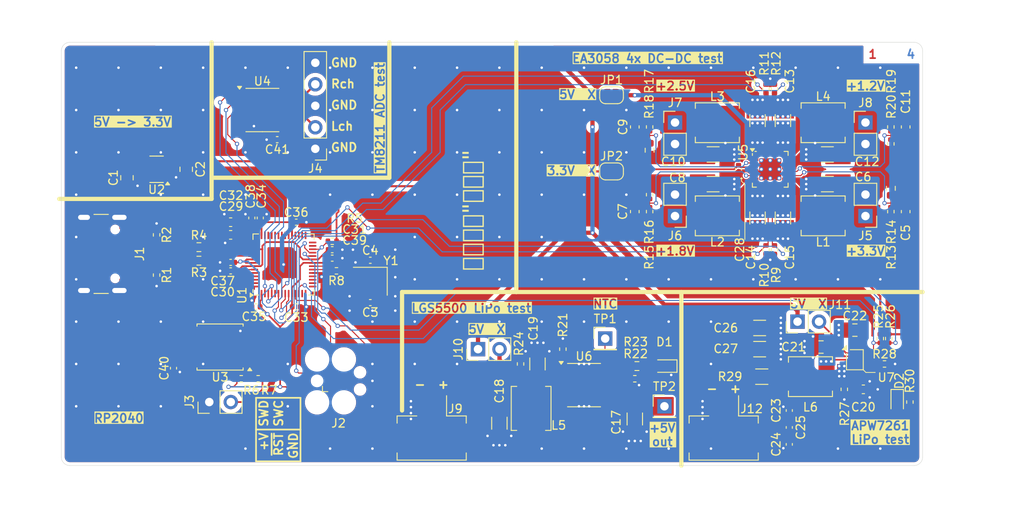
<source format=kicad_pcb>
(kicad_pcb (version 20240108) (generator "pcbnew") (generator_version "8.0")
  (title_block (title "LCSC part test board") (date "2024-08-18") (rev "A") (company "ArcaneNibble"))
  (layers (0 "F.Cu" signal) (1 "In1.Cu" signal) (2 "In2.Cu" signal) (31 "B.Cu" signal) (34 "B.Paste" user) (35 "F.Paste" user) (36 "B.SilkS" user "B.Silkscreen") (37 "F.SilkS" user "F.Silkscreen") (38 "B.Mask" user) (39 "F.Mask" user) (44 "Edge.Cuts" user))
  (net 0 "")
  (net 1 "+5V")
  (net 2 "GND")
  (net 3 "+3.3V")
  (net 4 "/XTAL_IN")
  (net 5 "/XR")
  (net 6 "Net-(J5-Pin_1)")
  (net 7 "Net-(U5-FB1)")
  (net 8 "Net-(U5-FB2)")
  (net 9 "Net-(J6-Pin_1)")
  (net 10 "Net-(U5-FB3)")
  (net 11 "Net-(J7-Pin_1)")
  (net 12 "Net-(J8-Pin_1)")
  (net 13 "Net-(U5-FB4)")
  (net 14 "/BUCK_5V")
  (net 15 "Net-(U6-VH)")
  (net 16 "Net-(J9-Pin_1)")
  (net 17 "Net-(J10-Pin_2)")
  (net 18 "Net-(U7-REGN)")
  (net 19 "Net-(C21-Pad1)")
  (net 20 "Net-(C22-Pad1)")
  (net 21 "Net-(U7-BOOT)")
  (net 22 "Net-(U7-CSIN)")
  (net 23 "Net-(J12-Pin_1)")
  (net 24 "Net-(D1-A)")
  (net 25 "Net-(D2-K)")
  (net 26 "Net-(D2-A)")
  (net 27 "/USB_D+")
  (net 28 "/USB_D-")
  (net 29 "/CC2")
  (net 30 "/CC1")
  (net 33 "/~{RESET}")
  (net 34 "/SWDIO")
  (net 35 "/SWCLK")
  (net 37 "Net-(J3-Pin_2)")
  (net 38 "/TM_R")
  (net 39 "/TM_L")
  (net 40 "Net-(J11-Pin_2)")
  (net 41 "/BUCK_3V3")
  (net 42 "Net-(U5-LX1)")
  (net 43 "Net-(U5-LX2)")
  (net 44 "Net-(U5-LX3)")
  (net 45 "Net-(U5-LX4)")
  (net 46 "Net-(U6-LX)")
  (net 47 "/USB_RP_D+")
  (net 48 "/USB_RP_D-")
  (net 49 "/FLASH_~{SS}")
  (net 50 "/XTAL_OUT")
  (net 51 "/PWR_EN1")
  (net 52 "/PWR_EN2")
  (net 53 "/PWR_EN3")
  (net 54 "/PWR_EN4")
  (net 55 "Net-(U6-ISET)")
  (net 56 "Net-(U6-VSET{slash}LED)")
  (net 57 "/CHG_SCL")
  (net 58 "/CHG_SDA")
  (net 59 "Net-(U7-CD)")
  (net 60 "Net-(U7-OTG)")
  (net 61 "Net-(U6-NTC)")
  (net 63 "/FLASH_D3")
  (net 66 "/TM_BCK")
  (net 67 "/FLASH_SCLK")
  (net 70 "/FLASH_D0")
  (net 71 "+1V1")
  (net 75 "/TM_WS")
  (net 77 "/TM_DIN")
  (net 79 "/FLASH_D1")
  (net 86 "/FLASH_D2")
  (footprint "Resistor_SMD:R_0603_1608Metric" (layer "F.Cu") (at 164.25 92.25 90)
    (property "Reference" "R14")
    (property "Value" "11k")
  )
  (footprint "Capacitor_SMD:C_1206_3216Metric" (layer "F.Cu") (at 148.75 111.25)
    (property "Reference" "C27")
    (property "Value" "22 uF")
  )
  (footprint "Jumper:SolderJumper-2_P1.3mm_Bridged_RoundedPad1.0x1.5mm" (layer "F.Cu") (at 131.25 90.25)
    (property "Reference" "JP2")
    (property "Value" "SolderJumper_2_Bridged" (hide yes))
  )
  (footprint "Resistor_SMD:R_0402_1005Metric" (layer "F.Cu") (at 135.75 85 -90)
    (property "Reference" "R17")
    (property "Value" "34.8k")
  )
  (footprint "Connector_PinHeader_2.54mm:PinHeader_1x05_P2.54mm_Vertical" (layer "F.Cu") (at 96.25 87.58 180)
    (property "Reference" "J4")
    (property "Value" "Conn_01x05" (hide yes))
  )
  (footprint "Connector_JST:JST_PH_B2B-PH-SM4-TB_1x02-1MP_P2.00mm_Vertical" (layer "F.Cu") (at 144.5 120 180)
    (property "Reference" "J12")
    (property "Value" "Conn_01x02" (hide yes))
  )
  (footprint "Capacitor_SMD:C_0603_1608Metric" (layer "F.Cu") (at 166 85 -90)
    (property "Reference" "C11")
    (property "Value" "DNP")
  )
  (footprint "Capacitor_SMD:C_0402_1005Metric" (layer "F.Cu") (at 102.75 105.75 180)
    (property "Reference" "C3")
    (property "Value" "33 pF")
  )
  (footprint "Capacitor_SMD:C_0402_1005Metric" (layer "F.Cu") (at 88.75 95.75 90)
    (property "Reference" "C38")
    (property "Value" "0.1 uF")
  )
  (footprint "LED_SMD:LED_0603_1608Metric" (layer "F.Cu") (at 137.5 113.25 180)
    (property "Reference" "D1")
    (property "Value" "RED")
  )
  (footprint "Resistor_SMD:R_0402_1005Metric" (layer "F.Cu") (at 98.75 102 180)
    (property "Reference" "R8")
    (property "Value" "1k")
  )
  (footprint "Package_DFN_QFN:QFN-24-1EP_4x4mm_P0.5mm_EP2.6x2.6mm" (layer "F.Cu") (at 150 90)
    (property "Reference" "U5")
    (property "Value" "EA3058")
  )
  (footprint "Resistor_SMD:R_0603_1608Metric" (layer "F.Cu") (at 82.5 99.2)
    (property "Reference" "R4")
    (property "Value" "27")
  )
  (footprint "Connector_PinHeader_2.54mm:PinHeader_1x02_P2.54mm_Vertical" (layer "F.Cu") (at 153.225 108 90)
    (property "Reference" "J11")
    (property "Value" "Conn_01x02" (hide yes))
  )
  (footprint "Resistor_SMD:R_0402_1005Metric" (layer "F.Cu") (at 89.5 114.75 180)
    (property "Reference" "R7")
    (property "Value" "1k")
  )
  (footprint "Capacitor_SMD:C_0402_1005Metric" (layer "F.Cu") (at 86.25 102 180)
    (property "Reference" "C30")
    (property "Value" "0.1 uF")
  )
  (footprint "Capacitor_SMD:C_0402_1005Metric" (layer "F.Cu") (at 94 106.25)
    (property "Reference" "C33")
    (property "Value" "0.1 uF")
  )
  (footprint "Resistor_SMD:R_0402_1005Metric" (layer "F.Cu") (at 135.75 93 90)
    (property "Reference" "R16")
    (property "Value" "10k")
  )
  (footprint "Connector_USB:USB_C_Receptacle_GCT_USB4105-xx-A_16P_TopMnt_Horizontal" (layer "F.Cu") (at 70 100 -90)
    (property "Reference" "J1")
    (property "Value" "USB_C_Receptacle_USB2.0_16P")
  )
  (footprint "Package_SO:SOIC-8_3.9x4.9mm_P1.27mm" (layer "F.Cu") (at 90 83)
    (property "Reference" "U4")
    (property "Value" "TM8211")
  )
  (footprint "Capacitor_SMD:C_0603_1608Metric" (layer "F.Cu") (at 134 85 -90)
    (property "Reference" "C9")
    (property "Value" "DNP")
  )
  (footprint "Resistor_SMD:R_0603_1608Metric" (layer "F.Cu") (at 135.75 87.75 -90)
    (property "Reference" "R18")
    (property "Value" "11k")
  )
  (footprint "Connector:Tag-Connect_TC2030-IDC-FP_2x03_P1.27mm_Vertical" (layer "F.Cu") (at 99 115)
    (property "Reference" "J2")
    (property "Value" "Conn_ARM_SWD_TagConnect_TC2030" (hide yes))
  )
  (footprint "Capacitor_SMD:C_0805_2012Metric" (layer "F.Cu") (at 156 111 180)
    (property "Reference" "C21")
    (property "Value" "4.7 uF")
  )
  (footprint "Capacitor_SMD:C_0402_1005Metric" (layer "F.Cu") (at 152.25 122.5 -90)
    (property "Reference" "C24")
    (property "Value" "0.1 uF")
  )
  (footprint "Capacitor_SMD:C_0402_1005Metric" (layer "F.Cu") (at 89.25 106.25 180)
    (property "Reference" "C35")
    (property "Value" "0.1 uF")
  )
  (footprint "parts:L_Changjiang_FXL0420" (layer "F.Cu") (at 156.25 95.5)
    (property "Reference" "L1")
    (property "Value" "2.2 uH")
  )
  (footprint "Capacitor_SMD:C_0402_1005Metric" (layer "F.Cu") (at 94 96.25)
    (property "Reference" "C36")
    (property "Value" "0.1 uF")
  )
  (footprint "Resistor_SMD:R_0402_1005Metric" (layer "F.Cu") (at 135.75 95 90)
    (property "Reference" "R15")
    (property "Value" "20k")
  )
  (footprint "Resistor_SMD:R_0402_1005Metric" (layer "F.Cu") (at 125.5 111.25 90)
    (property "Reference" "R21")
    (property "Value" "1k")
  )
  (footprint "Resistor_SMD:R_0603_1608Metric" (layer "F.Cu") (at 134.25 113.25)
    (property "Reference" "R23")
    (property "Value" "3k")
  )
  (footprint "Capacitor_SMD:C_0402_1005Metric" (layer "F.Cu") (at 79.5 113.5 -90)
    (property "Reference" "C40")
    (property "Value" "0.1 uF")
  )
  (footprint "Resistor_SMD:R_0402_1005Metric" (layer "F.Cu") (at 134 114.75)
    (property "Reference" "R22")
    (property "Value" "1k")
  )
  (footprint "Resistor_SMD:R_0402_1005Metric" (layer "F.Cu") (at 163 110 -90)
    (property "Reference" "R25")
    (property "Value" "10k")
  )
  (footprint "Capacitor_SMD:C_0805_2012Metric" (layer "F.Cu") (at 81 90 -90)
    (property "Reference" "C2")
    (property "Value" "4.7 uF")
  )
  (footprint "Capacitor_SMD:C_1206_3216Metric" (layer "F.Cu") (at 134 119.5 -90)
    (property "Reference" "C17")
    (property "Value" "22 uF")
  )
  (footprint "Resistor_SMD:R_0402_1005Metric" (layer "F.Cu") (at 164.25 85 -90)
    (property "Reference" "R19")
    (property "Value" "10k")
  )
  (footprint "Connector_PinHeader_2.54mm:PinHeader_1x01_P2.54mm_Vertical" (layer "F.Cu") (at 130.5 110)
    (property "Reference" "TP1")
    (property "Value" "TestPoint_Small" (hide yes))
  )
  (footprint "Resistor_SMD:R_0603_1608Metric" (layer "F.Cu") (at 82.5 100.8)
    (property "Reference" "R3")
    (property "Value" "27")
  )
  (footprint "Connector_PinHeader_2.54mm:PinHeader_1x02_P2.54mm_Vertical" (layer "F.Cu") (at 138.75 84.475)
    (property "Reference" "J7")
    (property "Value" "Conn_01x02" (hide yes))
  )
  (footprint "Capacitor_SMD:C_1206_3216Metric" (layer "F.Cu") (at 151.5 84.25 90)
    (property "Reference" "C13")
    (property "Value" "10 uF")
  )
  (footprint "Crystal:Crystal_SMD_3225-4Pin_3.2x2.5mm" (layer "F.Cu") (at 102.75 103.23 180)
    (property "Reference" "Y1")
    (property "Value" "12 MHz 20 pF X322512MSB4SI")
  )
  (footprint "parts:L_Changjiang_FXL0420" (layer "F.Cu") (at 154.75 114.5 180)
    (property "Reference" "L6")
    (property "Value" "1 uH")
  )
  (footprint "Resistor_SMD:R_0402_1005Metric" (layer "F.Cu") (at 164 110 -90)
    (property "Reference" "R26")
    (property "Value" "10k")
  )
  (footprint "Capacitor_SMD:C_0603_1608Metric" (layer "F.Cu") (at 166 95 90)
    (property "Reference" "C5")
    (property "Value" "DNP")
  )
  (footprint "parts:L_Changjiang_FXL0420" (layer "F.Cu") (at 121.75 118.25 90)
    (property "Reference" "L5")
    (property "Value" "2.2 uH")
  )
  (footprint "Jumper:SolderJumper-2_P1.3mm_Bridged_RoundedPad1.0x1.5mm" (layer "F.Cu") (at 131.25 81.25)
    (property "Reference" "JP1")
    (property "Value" "SolderJumper_2_Bridged" (hide yes))
  )
  (footprint "Capacitor_SMD:C_0402_1005Metric" (layer "F.Cu") (at 89.75 95.75 90)
    (property "Reference" "C34")
    (property "Value" "0.1 uF")
  )
  (footprint "Capacitor_SMD:C_1206_3216Metric" (layer "F.Cu") (at 148.75 108.75)
    (property "Reference" "C26")
    (property "Value" "22 uF")
  )
  (footprint "Capacitor_SMD:C_0402_1005Metric" (layer "F.Cu") (at 152.25 120.5 -90)
    (property "Reference" "C25")
    (property "Value" "0.1 uF")
  )
  (footprint "Resistor_SMD:R_1206_3216Metric" (layer "F.Cu") (at 149 114.5 180)
    (property "Reference" "R29")
    (property "Value" "100m")
  )
  (footprint "Resistor_SMD:R_0402_1005Metric" (layer "F.Cu") (at 87.5 114.75 180)
    (property "Reference" "R6")
    (property "Value" "10k")
  )
  (footprint "parts:L_Changjiang_FXL0420" (layer "F.Cu") (at 143.75 84.5 180)
    (property "Reference" "L3")
    (property "Value" "2.2 uH")
  )
  (footprint "Resistor_SMD:R_0402_1005Metric" (layer "F.Cu") (at 163.5 113)
    (property "Reference" "R28")
    (property "Value" "10k")
  )
  (footprint "Capacitor_SMD:C_1206_3216Metric" (layer "F.Cu") (at 156.75 88.25 180)
    (property "Reference" "C12")
    (property "Value" "22 uF")
  )
  (footprint "Package_DFN_QFN:QFN-56-1EP_7x7mm_P0.4mm_EP3.2x3.2mm" (layer "F.Cu") (at 92.5 101.25 90)
    (property "Reference" "U1")
    (property "Value" "RP2040")
  )
  (footprint "Capacitor_SMD:C_0402_1005Metric" (layer "F.Cu") (at 146.25 90 -90)
    (property "Reference" "C28")
    (property "Value" "0.1 uF")
  )
  (footprint "Resistor_SMD:R_0402_1005Metric" (layer "F.Cu") (at 77.5 102.5 -90)
    (property "Reference" "R1")
    (property "Value" "5.1 k")
  )
  (footprint "Capacitor_SMD:C_0402_1005Metric" (layer "F.Cu") (at 98.25 100.5)
    (property "Reference" "C39")
    (property "Value" "0.1 uF")
  )
  (footprint "Package_SO:SOIC-8_5.23x5.23mm_P1.27mm" (layer "F.Cu") (at 85 111 180)
    (property "Reference" "U3")
    (property "Value" "W25Q128JVS")
  )
  (footprint "Resistor_SMD:R_0402_1005Metric" (layer "F.Cu") (at 164.25 95 90)
    (property "Reference" "R13")
    (property "Value" "51k")
  )
  (footprint "Capacitor_SMD:C_0805_2012Metric" (layer "F.Cu") (at 74 91 -90)
    (property "Reference" "C1")
    (property "Value" "4.7 uF")
  )
  (footprint "Resistor_SMD:R_0402_1005Metric" (layer "F.Cu") (at 98.25 98.5)
    (property "Reference" "R5")
    (property "Value" "10k")
  )
  (footprint "Capacitor_SMD:C_0805_2012Metric" (layer "F.Cu") (at 160 109)
    (property "Reference" "C22")
    (property "Value" "0.01 uF")
  )
  (footprint "Capacitor_SMD:C_1206_3216Metric" (layer "F.Cu") (at 151.5 95.75 -90)
    (property "Reference" "C15")
    (property "Value" "10 uF")
  )
  (footprint "Capacitor_SMD:C_1206_3216Metric" (layer "F.Cu") (at 118 120 -90)
    (property "Reference" "C18")
    (property "Value" "22 uF")
  )
  (footprint "Resistor_SMD:R_0402_1005Metric" (layer "F.Cu") (at 149.5 80.5 90)
    (property "Reference" "R11")
    (property "Value" "10k")
  )
  (footprint "Resistor_SMD:R_0402_1005Metric" (layer "F.Cu") (at 149.5 99.5 -90)
    (property "Reference" "R10")
    (property "Value" "10k")
  )
  (footprint "Capacitor_SMD:C_0402_1005Metric" (layer "F.Cu") (at 98.25 99.5)
    (property "Reference" "C31")
    (property "Value" "0.1 uF")
  )
  (footprint "Resistor_SMD:R_0402_1005Metric" (layer "F.Cu") (at 77.5 97.75 90)
    (property "Reference" "R2")
    (property "Value" "5.1 k")
  )
  (footprint "Capacitor_SMD:C_0402_1005Metric" (layer "F.Cu") (at 86.25 101 180)
    (property "Reference" "C37")
    (property "Value" "0.1 uF")
  )
  (footprint "Capacitor_SMD:C_0603_1608Metric" (layer "F.Cu") (at 86.25 96.25 180)
    (property "Reference" "C32")
    (property "Value" "1 uF")
  )
  (footprint "Capacitor_SMD:C_0402_1005Metric" (layer "F.Cu") (at 152.25 118.5 90)
    (property "Reference" "C23")
    (property "Value" "0.1 uF")
  )
  (footprint "Connector_PinHeader_2.54mm:PinHeader_1x02_P2.54mm_Vertical" (layer "F.Cu") (at 115.475 111.25 90)
    (property "Reference" "J10")
    (property "Value" "Conn_01x02" (hide yes))
  )
  (footprint "Connector_JST:JST_PH_B2B-PH-SM4-TB_1x02-1MP_P2.00mm_Vertical" (layer "F.Cu") (at 110 120 180)
    (property "Reference" "J9")
    (property "Value" "Conn_01x02" (hide yes))
  )
  (footprint "Resistor_SMD:R_0402_1005Metric" (layer "F.Cu") (at 150.5 80.5 90)
    (property "Reference" "R12")
    (property "Value" "10k")
  )
  (footprint "parts:WLCSP-24_1.76x2.03mm_P0.4mm" (layer "F.Cu") (at 160 112.5)
    (property "Reference" "U7")
    (property "Value" "APW7261")
  )
  (footprint "Resistor_SMD:R_0402_1005Metric" (layer "F.Cu") (at 150.5 99.5 -90)
    (property "Reference" "R9")
    (property "Value" "10k")
  )
  (footprint "parts:L_Changjiang_FXL0420" (layer "F.Cu") (at 156.25 84.5)
    (property "Reference" "L4")
    (property "Value" "2.2 uH")
  )
  (footprint "Capacitor_SMD:C_1206_3216Metric" (layer "F.Cu") (at 143.25 88.25)
    (property "Reference" "C10")
    (property "Value" "22 uF")
  )
  (footprint "parts:L_Changjiang_FXL0420" (layer "F.Cu") (at 143.75 95.5 180)
    (property "Reference" "L2")
    (property "Value" "2.2 uH")
  )
  (footprint "Capacitor_SMD:C_0402_1005Metric" (layer "F.Cu") (at 91.75 86.5 180)
    (property "Reference" "C41")
    (property "Value" "0.1 uF")
  )
  (footprint "Connector_PinHeader_2.54mm:PinHeader_1x02_P2.54mm_Vertical" (layer "F.Cu") (at 83.725 117.5 90)
    (property "Reference" "J3")
    (property "Value" "Conn_01x02" (hide yes))
  )
  (footprint "Connector_PinHeader_2.54mm:PinHeader_1x02_P2.54mm_Vertical" (layer "F.Cu") (at 161.25 95.525 180)
    (property "Reference" "J5")
    (property "Value" "Conn_01x02" (hide yes))
  )
  (footprint "Resistor_SMD:R_0402_1005Metric" (layer "F.Cu") (at 120.5 113 90)
    (property "Reference" "R24")
    (property "Value" "1k")
  )
  (footprint "Connector_PinHeader_2.54mm:PinHeader_1x01_P2.54mm_Vertical" (layer "F.Cu") (at 137.5 118)
    (property "Reference" "TP2")
    (property "Value" "TestPoint" (hide yes))
  )
  (footprint "Capacitor_SMD:C_0402_1005Metric" (layer "F.Cu") (at 102.75 100.75)
    (property "Reference" "C4")
    (property "Value" "33 pF")
  )
  (footprint "Package_SO:SOIC-8-1EP_3.9x4.9mm_P1.27mm_EP2.41x3.3mm" (layer "F.Cu") (at 128 115.5)
    (property "Reference" "U6")
    (property "Value" "LGS5500")
  )
  (footprint "Capacitor_SMD:C_0603_1608Metric" (layer "F.Cu") (at 134 95 90)
    (property "Reference" "C7")
    (property "Value" "DNP")
  )
  (footprint "Capacitor_SMD:C_1206_3216Metric" (layer "F.Cu") (at 148.5 95.75 -90)
    (property "Reference" "C14")
    (property "Value" "10 uF")
  )
  (footprint "Capacitor_SMD:C_1206_3216Metric" (layer "F.Cu") (at 122.5 113 90)
    (property "Reference" "C19")
    (property "Value" "10 uF")
  )
  (footprint "LED_SMD:LED_0603_1608Metric" (layer "F.Cu") (at 165 117.5 -90)
    (property "Reference" "D2")
    (property "Value" "RED")
  )
  (footprint "Capacitor_SMD:C_0603_1608Metric" (layer "F.Cu") (at 86.25 97.75 180)
    (property "Reference" "C29")
    (property "Value" "1 uF")
  )
  (footprint "Package_TO_SOT_SMD:SOT-23-3" (layer "F.Cu") (at 77.5 90 180)
    (property "Reference" "U2")
    (property "Value" "XC6206P332MR")
  )
  (footprint "Capacitor_SMD:C_1206_3216Metric" (layer "F.Cu") (at 148.5 84.25 90)
    (property "Reference" "C16")
    (property "Value" "10 uF")
  )
  (footprint "Resistor_SMD:R_0402_1005Metric" (layer "F.Cu") (at 164.25 87 -90)
    (property "Reference" "R20")
    (property "Value" "10k")
  )
  (footprint "Capacitor_SMD:C_0603_1608Metric" (layer "F.Cu") (at 161 116)
    (property "Reference" "C20")
    (property "Value" "1 uF")
  )
  (footprint "Resistor_SMD:R_0402_1005Metric" (layer "F.Cu") (at 166.5 117.5 -90)
    (property "Reference" "R30")
    (property "Value" "1k")
  )
  (footprint "Capacitor_SMD:C_1206_3216Metric" (layer "F.Cu") (at 143.25 91.75)
    (property "Reference" "C8")
    (property "Value" "22 uF")
  )
  (footprint "Connector_PinHeader_2.54mm:PinHeader_1x02_P2.54mm_Vertical" (layer "F.Cu") (at 138.75 95.525 180)
    (property "Reference" "J6")
    (property "Value" "Conn_01x02" (hide yes))
  )
  (footprint "Resistor_SMD:R_0402_1005Metric" (layer "F.Cu") (at 158.75 116 -90)
    (property "Reference" "R27")
    (property "Value" "10k")
  )
  (footprint "Connector_PinHeader_2.54mm:PinHeader_1x02_P2.54mm_Vertical" (layer "F.Cu") (at 161.25 84.475)
    (property "Reference" "J8")
    (property "Value" "Conn_01x02" (hide yes))
  )
  (footprint "Capacitor_SMD:C_1206_3216Metric" (layer "F.Cu") (at 156.75 91.75 180)
    (property "Reference" "C6")
    (property "Value" "22 uF")
  )
  (gr_line (start 89.25 117) (end 94.5 117) (stroke (width 0.2)) (layer "F.SilkS"))
  (gr_line (start 89.25 120.75) (end 94.5 120.75) (stroke (width 0.2)) (layer "F.SilkS"))
  (gr_line (start 89.25 124.5) (end 94.5 124.5) (stroke (width 0.2)) (layer "F.SilkS"))
  (gr_line (start 84 91) (end 105 91) (stroke (width 0.5)) (layer "F.SilkS"))
  (gr_line (start 147 98.3) (end 147 91.8) (stroke (width 0.1)) (layer "F.SilkS"))
  (gr_line (start 161.3 114) (end 160.99 113.685) (stroke (width 0.1)) (layer "F.SilkS"))
  (gr_line (start 146.6 91.4) (end 146.6 91) (stroke (width 0.1)) (layer "F.SilkS"))
  (gr_line (start 94.5 117) (end 94.5 124.5) (stroke (width 0.2)) (layer "F.SilkS"))
  (gr_line (start 162.4 114) (end 161.3 114) (stroke (width 0.1)) (layer "F.SilkS"))
  (gr_line (start 120 104.5) (end 168 104.5) (stroke (width 0.5)) (layer "F.SilkS"))
  (gr_line (start 139.5 104.5) (end 139.5 125) (stroke (width 0.5)) (layer "F.SilkS"))
  (gr_line (start 105 91) (end 105 75) (stroke (width 0.5)) (layer "F.SilkS"))
  (gr_line (start 120 104.5) (end 106.5 104.5) (stroke (width 0.5)) (layer "F.SilkS"))
  (gr_line (start 146.5 91.1) (end 146.7 91.1) (stroke (width 0.1)) (layer "F.SilkS"))
  (gr_line (start 84 93.5) (end 66 93.5) (stroke (width 0.5)) (layer "F.SilkS"))
  (gr_line (start 89.25 117) (end 89.25 124.5) (stroke (width 0.2)) (layer "F.SilkS"))
  (gr_line (start 106.5 104.5) (end 106.5 118.5) (stroke (width 0.5)) (layer "F.SilkS"))
  (gr_line (start 146.7 91.1) (end 146.6 91) (stroke (width 0.1)) (layer "F.SilkS"))
  (gr_line (start 84 93.5) (end 84 75) (stroke (width 0.5)) (layer "F.SilkS"))
  (gr_line (start 147 91.8) (end 146.6 91.4) (stroke (width 0.1)) (layer "F.SilkS"))
  (gr_line (start 120 75) (end 120 104.5) (stroke (width 0.5)) (layer "F.SilkS"))
  (gr_line (start 146.6 91) (end 146.5 91.1) (stroke (width 0.1)) (layer "F.SilkS"))
  (gr_line (start 67.25 125) (end 167 125) (stroke (width 0.05)) (layer "Edge.Cuts"))
  (gr_arc (start 66.25 76) (mid 66.542893 75.292893) (end 67.25 75) (stroke (width 0.05)) (layer "Edge.Cuts"))
  (gr_arc (start 67.25 125) (mid 66.542893 124.707107) (end 66.25 124) (stroke (width 0.05)) (layer "Edge.Cuts"))
  (gr_line (start 167 75) (end 67.25 75) (stroke (width 0.05)) (layer "Edge.Cuts"))
  (gr_line (start 66.25 76) (end 66.25 124) (stroke (width 0.05)) (layer "Edge.Cuts"))
  (gr_arc (start 167 75) (mid 167.707107 75.292893) (end 168 76) (stroke (width 0.05)) (layer "Edge.Cuts"))
  (gr_line (start 168 124) (end 168 76) (stroke (width 0.05)) (layer "Edge.Cuts"))
  (gr_arc (start 168 124) (mid 167.707107 124.707107) (end 167 125) (stroke (width 0.05)) (layer "Edge.Cuts"))
  (gr_text "1" (at 161.5 77 0) (layer "F.Cu") (effects (font (size 1 1) (thickness 0.2) (bold yes)) (justify left bottom)))
  (gr_text "2024-08-18" (at 68 123.5 0) (layer "F.Cu") (effects (font (size 1.5 1.5) (thickness 0.2)) (justify left bottom)))
  (gr_text "4" (at 166 77 0) (layer "B.Cu") (effects (font (size 1 1) (thickness 0.2) (bold yes)) (justify left bottom)))
  (gr_text "GND" (at 94.25 121 90) (layer "F.SilkS") (effects (font (size 1 1) (thickness 0.2) (bold yes)) (justify right bottom)))
  (gr_text "NTC" (at 130.5 106.5 0) (layer "F.SilkS" knockout) (effects (font (size 1 1) (thickness 0.2) (bold yes)) (justify bottom)))
  (gr_text "APW7261\nLiPo test" (at 163 122.5 0) (layer "F.SilkS" knockout) (effects (font (size 1 1) (thickness 0.2) (bold yes)) (justify bottom)))
  (gr_text "+3.3V" (at 161.25 100.25 0) (layer "F.SilkS" knockout) (effects (font (size 1 1) (thickness 0.2) (bold yes)) (justify bottom)))
  (gr_text "Rch" (at 98 80.5 0) (layer "F.SilkS") (effects (font (size 1 1) (thickness 0.2) (bold yes)) (justify left bottom)))
  (gr_text "+2.5V" (at 138.75 80.75 0) (layer "F.SilkS" knockout) (effects (font (size 1 1) (thickness 0.2) (bold yes)) (justify bottom)))
  (gr_text "EA3058 4x DC-DC test" (at 126.5 77.5 0) (layer "F.SilkS" knockout) (effects (font (size 1 1) (thickness 0.2) (bold yes)) (justify left bottom)))
  (gr_text "3.3V  X" (at 129.5 90.75 0) (layer "F.SilkS" knockout) (effects (font (size 1 1) (thickness 0.2) (bold yes)) (justify right bottom)))
  (gr_text "GND" (at 98 88 0) (layer "F.SilkS") (effects (font (size 1 1) (thickness 0.2) (bold yes)) (justify left bottom)))
  (gr_text "GND" (at 98 83 0) (layer "F.SilkS") (effects (font (size 1 1) (thickness 0.2) (bold yes)) (justify left bottom)))
  (gr_text "5V -> 3.3V" (at 70 85 0) (layer "F.SilkS" knockout) (effects (font (size 1 1) (thickness 0.2) (bold yes)) (justify left bottom)))
  (gr_text "+1.2V" (at 161.25 80.75 0) (layer "F.SilkS" knockout) (effects (font (size 1 1) (thickness 0.2) (bold yes)) (justify bottom)))
  (gr_text "GND" (at 98 78 0) (layer "F.SilkS") (effects (font (size 1 1) (thickness 0.2) (bold yes)) (justify left bottom)))
  (gr_text "TM8211 ADC test" (at 104.5 90.5 90) (layer "F.SilkS" knockout) (effects (font (size 1 1) (thickness 0.2) (bold yes)) (justify left bottom)))
  (gr_text "SWD" (at 90.75 120.5 90) (layer "F.SilkS") (effects (font (size 1 1) (thickness 0.2) (bold yes)) (justify left bottom)))
  (gr_text "LGS5500 LiPo test" (at 107.5 107 0) (layer "F.SilkS" knockout) (effects (font (size 1 1) (thickness 0.2) (bold yes)) (justify left bottom)))
  (gr_text "+5V\nout" (at 137.25 120 0) (layer "F.SilkS" knockout) (effects (font (size 1 1) (thickness 0.2) (bold yes)) (justify top)))
  (gr_text "-  +" (at 144.5 116.5 0) (layer "F.SilkS") (effects (font (size 1 1) (thickness 0.2) (bold yes)) (justify bottom)))
  (gr_text "+V" (at 90.75 121 90) (layer "F.SilkS") (effects (font (size 1 1) (thickness 0.2) (bold yes)) (justify right bottom)))
  (gr_text "SWC" (at 92.5 120.5 90) (layer "F.SilkS") (effects (font (size 1 1) (thickness 0.2) (bold yes)) (justify left bottom)))
  (gr_text "Lch" (at 98 85.5 0) (layer "F.SilkS") (effects (font (size 1 1) (thickness 0.2) (bold yes)) (justify left bottom)))
  (gr_text "+1.8V" (at 138.75 100.25 0) (layer "F.SilkS" knockout) (effects (font (size 1 1) (thickness 0.2) (bold yes)) (justify bottom)))
  (gr_text "RP2040" (at 70 120 0) (layer "F.SilkS" knockout) (effects (font (size 1 1) (thickness 0.2) (bold yes)) (justify left bottom)))
  (gr_text "~{RST}" (at 92.5 121 90) (layer "F.SilkS") (effects (font (size 1 1) (thickness 0.2) (bold yes)) (justify right bottom)))
  (gr_text "5V  X" (at 116.5 109.5 0) (layer "F.SilkS" knockout) (effects (font (size 1 1) (thickness 0.2) (bold yes)) (justify bottom)))
  (gr_text "5V  X" (at 129.5 81.75 0) (layer "F.SilkS" knockout) (effects (font (size 1 1) (thickness 0.2) (bold yes)) (justify right bottom)))
  (gr_text "不能只靠{dblquote}差不多{dblquote}" (at 116 102 90) (layer "F.SilkS") (effects (font (size 2 2) (thickness 0.25)) (justify left bottom)))
  (gr_text "5V  X" (at 154.5 106.5 0) (layer "F.SilkS" knockout) (effects (font (size 1 1) (thickness 0.2) (bold yes)) (justify bottom)))
  (gr_text "-  +" (at 110 116 0) (layer "F.SilkS") (effects (font (size 1 1) (thickness 0.2) (bold yes)) (justify bottom)))
  (segment (start 129 81.25) (end 130.6 81.25) (width 0.5) (layer "F.Cu") (net 1))
  (segment (start 73.68 97.6) (end 73.15 97.6) (width 0.25) (layer "F.Cu") (net 1))
  (segment (start 129 97.5) (end 125.65 97.5) (width 0.5) (layer "F.Cu") (net 1))
  (segment (start 73.15 97.6) (end 72 98.75) (width 0.25) (layer "F.Cu") (net 1))
  (segment (start 125.65 97.5) (end 115.475 107.675) (width 0.5) (layer "F.Cu") (net 1))
  (segment (start 115.475 107.675) (end 115.475 111.25) (width 0.5) (layer "F.Cu") (net 1))
  (segment (start 153.225 106.75) (end 153.225 108) (width 0.5) (layer "F.Cu") (net 1))
  (segment (start 72.35 90.75) (end 73.05 90.05) (width 0.5) (layer "F.Cu") (net 1))
  (segment (start 123.65 75.9) (end 129 81.25) (width 0.5) (layer "F.Cu") (net 1))
  (segment (start 75.65 96.8) (end 75.65 95.1) (width 0.5) (layer "F.Cu") (net 1))
  (segment (start 152.475 106) (end 153.225 106.75) (width 0.5) (layer "F.Cu") (net 1))
  (segment (start 74.05 90) (end 74 90.05) (width 0.5) (layer "F.Cu") (net 1))
  (segment (start 73.68 97.6) (end 74.85 97.6) (width 0.5) (layer "F.Cu") (net 1))
  (segment (start 72 101.25) (end 73.15 102.4) (width 0.25) (layer "F.Cu") (net 1))
  (segment (start 137.5 106) (end 152.475 106) (width 0.5) (layer "F.Cu") (net 1))
  (segment (start 129 81.25) (end 129 85) (width 0.5) (layer "F.Cu") (net 1))
  (segment (start 74.55 94) (end 73.1 94) (width 0.5) (layer "F.Cu") (net 1))
  (segment (start 73.05 90.05) (end 74 90.05) (width 0.5) (layer "F.Cu") (net 1))
  (segment (start 73.7 90.05) (end 74 90.05) (width 0.25) (layer "F.Cu") (net 1))
  (segment (start 73.15 102.4) (end 73.68 102.4) (width 0.25) (layer "F.Cu") (net 1))
  (segment (start 74 80) (end 78.1 75.9) (width 0.5) (layer "F.Cu") (net 1))
  (segment (start 78.1 75.9) (end 123.65 75.9) (width 0.5) (layer "F.Cu") (net 1))
  (segment (start 74.85 97.6) (end 75.65 96.8) (width 0.5) (layer "F.Cu") (net 1))
  (segment (start 72 98.75) (end 72 101.25) (width 0.25) (layer "F.Cu") (net 1))
  (segment (start 72.35 93.25) (end 72.35 90.75) (width 0.5) (layer "F.Cu") (net 1))
  (segment (start 74 90.05) (end 74 80) (width 0.5) (layer "F.Cu") (net 1))
  (segment (start 75.65 95.1) (end 74.55 94) (width 0.5) (layer "F.Cu") (net 1))
  (segment (start 73.1 94) (end 72.35 93.25) (width 0.5) (layer "F.Cu") (net 1))
  (segment (start 129 97.5) (end 137.5 106) (width 0.5) (layer "F.Cu") (net 1))
  (segment (start 76.3625 90) (end 74.05 90) (width 0.5) (layer "F.Cu") (net 1))
  (via (at 129 97.5) (size 0.5) (drill 0.3) (layers "F.Cu" "B.Cu") (net 1))
  (via (at 129 85) (size 0.5) (drill 0.3) (layers "F.Cu" "B.Cu") (net 1))
  (segment (start 129 85) (end 129 85.35) (width 0.5) (layer "B.Cu") (net 1))
  (segment (start 129 85.35) (end 129 97.5) (width 0.5) (layer "B.Cu") (net 1))
  (segment (start 95.9375 102.25) (end 97 102.25) (width 0.2) (layer "F.Cu") (net 2))
  (segment (start 150 79.85) (end 150 79.3) (width 0.125) (layer "F.Cu") (net 2))
  (segment (start 134 120.975) (end 135.375 120.975) (width 0.25) (layer "F.Cu") (net 2))
  (segment (start 79.8 90.95) (end 81 90.95) (width 0.5) (layer "F.Cu") (net 2))
  (segment (start 161.745 87.51) (end 161.25 87.015) (width 0.125) (layer "F.Cu") (net 2))
  (segment (start 160.2 112.9) (end 159.4 112.9) (width 0.125) (layer "F.Cu") (net 2))
  (segment (start 91.27 86.5) (end 90.5 86.5) (width 0.25) (layer "F.Cu") (net 2))
  (segment (start 88.77 105.52) (end 88.75 105.5) (width 0.2) (layer "F.Cu") (net 2))
  (segment (start 87.405 109.095) (end 87.4 109.1) (width 0.2) (layer "F.Cu") (net 2))
  (segment (start 107.55 118.1) (end 107.55 118.8) (width 0.5) (layer "F.Cu") (net 2))
  (segment (start 155.05 111) (end 155.05 109.75) (width 0.25) (layer "F.Cu") (net 2))
  (segment (start 78.6375 90.95) (end 77.3 90.95) (width 0.5) (layer "F.Cu") (net 2))
  (segment (start 150 79.99) (end 150.5 79.99) (width 0.125) (layer "F.Cu") (net 2))
  (segment (start 152.25 118.02) (end 151.58 118.02) (width 0.125) (layer "F.Cu") (net 2))
  (segment (start 159.4 112.9) (end 159.1 112.9) (width 0.125) (layer "F.Cu") (net 2))
  (segment (start 155.05 111) (end 155.05 112.25) (width 0.25) (layer "F.Cu") (net 2))
  (segment (start 78.6375 90.95) (end 79.8 90.95) (width 0.5) (layer "F.Cu") (net 2))
  (segment (start 98.73 100.5) (end 99.45 100.5) (width 0.2) (layer "F.Cu") (net 2))
  (segment (start 161.775 116) (end 161.775 115.075) (width 0.25) (layer "F.Cu") (net 2))
  (segment (start 148.0625 90.25) (end 148.7 90.25) (width 0.2) (layer "F.Cu") (net 2))
  (segment (start 158.75 113.25) (end 158.85 113.15) (width 0.125) (layer "F.Cu") (net 2))
  (segment (start 88.75 95.27) (end 88.03 95.27) (width 0.2) (layer "F.Cu") (net 2))
  (segment (start 73.68 103.745) (end 73.105 104.32) (width 0.25) (layer "F.Cu") (net 2))
  (segment (start 73.68 96.255) (end 73.105 95.68) (width 0.25) (layer "F.Cu") (net 2))
  (segment (start 132.625 120.975) (end 132.6 121) (width 0.25) (layer "F.Cu") (net 2))
  (segment (start 134.5 114.76) (end 134.51 114.75) (width 0.125) (layer "F.Cu") (net 2))
  (segment (start 158.75 117.2) (end 158.75 116.51) (width 0.125) (layer "F.Cu") (net 2))
  (segment (start 137.19 88.575) (end 138.75 87.015) (width 0.125) (layer "F.Cu") (net 2))
  (segment (start 107.55 117.4) (end 107.55 118.1) (width 0.5) (layer "F.Cu") (net 2))
  (segment (start 73.68 96.8) (end 73.68 96.255) (width 0.25) (layer "F.Cu") (net 2))
  (segment (start 94.48 96.25) (end 95.2 96.25) (width 0.2) (layer "F.Cu") (net 2))
  (segment (start 79.5 113.98) (end 80.22 113.98) (width 0.2) (layer "F.Cu") (net 2))
  (segment (start 88.6 109.095) (end 87.405 109.095) (width 0.2) (layer "F.Cu") (net 2))
  (segment (start 138.2875 114.2875) (end 138.3 114.3) (width 0.125) (layer "F.Cu") (net 2))
  (segment (start 142 118.1) (end 142 118.8) (width 0.5) (layer "F.Cu") (net 2))
  (segment (start 77.3 90.95) (end 76.3 91.95) (width 0.5) (layer "F.Cu") (net 2))
  (segment (start 89.75 95.27) (end 90.47 95.27) (width 0.2) (layer "F.Cu") (net 2))
  (segment (start 120.5 112.49) (end 120.5 112.1) (width 0.125) (layer "F.Cu") (net 2))
  (segment (start 107.55 118.8) (end 107.55 119.5) (width 0.5) (layer "F.Cu") (net 2))
  (segment (start 94.48 106.25) (end 95.2 106.25) (width 0.2) (layer "F.Cu") (net 2))
  (segment (start 164.75 113) (end 164.01 113) (width 0.125) (layer "F.Cu") (net 2))
  (segment (start 148.0585 90.246) (end 148.0625 90.25) (width 0.2) (layer "F.Cu") (net 2))
  (segment (start 155.05 111) (end 154.05 111) (width 0.25) (layer "F.Cu") (net 2))
  (segment (start 146.25 90.48) (end 146.484 90.246) (width 0.2) (layer "F.Cu") (net 2))
  (segment (start 98.73 99.5) (end 99.45 99.5) (width 0.2) (layer "F.Cu") (net 2))
  (segment (start 164.25 91.425) (end 162.81 91.425) (width 0.125) (layer "F.Cu") (net 2))
  (segment (start 148.95 90) (end 149.2 90.25) (width 0.2) (layer "F.Cu") (net 2))
  (segment (start 142 118.8) (end 142 119.5) (width 0.5) (layer "F.Cu") (net 2))
  (segment (start 159.1 112.9) (end 158.75 113.25) (width 0.125) (layer "F.Cu") (net 2))
  (segment (start 134.5 115.5) (end 134.5 114.76) (width 0.125) (layer "F.Cu") (net 2))
  (segment (start 90.47 95.27) (end 90.5 95.3) (width 0.2) (layer "F.Cu") (net 2))
  (segment (start 85.475 95.325) (end 85.5 95.3) (width 0.2) (layer "F.Cu") (net 2))
  (segment (start 149.75 90.25) (end 150 90) (width 0.2) (layer "F.Cu") (net 2))
  (segment (start 85.77 101) (end 85 101) (width 0.2) (layer "F.Cu") (net 2))
  (segment (start 85.475 96.25) (end 85.475 95.325) (width 0.2) (layer "F.Cu") (net 2))
  (segment (start 125.5 110.74) (end 125.5 110) (width 0.125) (layer "F.Cu") (net 2))
  (segment (start 73.68 103.2) (end 73.68 103.745) (width 0.25) (layer "F.Cu") (net 2))
  (segment (start 128 115.5) (end 128 118) (width 0.5) (layer "F.Cu") (net 2))
  (segment (start 88.03 95.27) (end 88 95.3) (width 0.2) (layer "F.Cu") (net 2))
  (segment (start 151.58 118.02) (end 151.55 118.05) (width 0.125) (layer "F.Cu") (net 2))
  (segment (start 149.5 79.99) (end 150 79.99) (width 0.125) (layer "F.Cu") (net 2))
  (segment (start 128 115.5) (end 128 113) (width 0.5) (layer "F.Cu") (net 2))
  (segment (start 161.775 116) (end 162.7 116) (width 0.25) (layer "F.Cu") (net 2))
  (segment (start 74 91.95) (end 75.25 91.95) (width 0.5) (layer "F.Cu") (net 2))
  (segment (start 142 117.4) (end 142 118.1) (width 0.5) (layer "F.Cu") (net 2))
  (segment (start 135.375 120.975) (end 135.4 121) (width 0.25) (layer "F.Cu") (net 2))
  (segment (start 85.475 98.575) (end 85.6 98.7) (width 0.2) (layer "F.Cu") (net 2))
  (segment (start 85.77 102) (end 85 102) (width 0.2) (layer "F.Cu") (net 2))
  (segment (start 76.3 91.95) (end 75.25 91.95) (width 0.5) (layer "F.Cu") (net 2))
  (segment (start 149.5 100.01) (end 150 100.01) (width 0.125) (layer "F.Cu") (net 2))
  (segment (start 152.25 122.98) (end 151.58 122.98) (width 0.125) (layer "F.Cu") (net 2))
  (segment (start 122.5 111.525) (end 121.125 111.525) (width 0.125) (layer "F.Cu") (net 2))
  (segment (start 161.775 116.925) (end 161.75 116.95) (width 0.25) (layer "F.Cu") (net 2))
  (segment (start 134 120.975) (end 134 122.1) (width 0.25) (layer "F.Cu") (net 2))
  (segment (start 134 120.975) (end 132.625 120.975) (width 0.25) (layer "F.Cu") (net 2))
  (segment (start 123.875 111.525) (end 123.9 111.5) (width 0.125) (layer "F.Cu") (net 2))
  (segment (start 150 100.01) (end 150 100.7) (width 0.125) (layer "F.Cu") (net 2))
  (segment (start 77.5 97.24) (end 77.5 96.4) (width 0.125) (layer "F.Cu") (net 2))
  (segment (start 88.995 84.905) (end 89 84.9) (width 0.25) (layer "F.Cu") (net 2))
  (segment (start 161.775 116) (end 161.775 116.925) (width 0.25) (layer "F.Cu") (net 2))
  (segment (start 150 100.01) (end 150.5 100.01) (width 0.125) (layer "F.Cu") (net 2))
  (segment (start 149.2 90.25) (end 149.75 90.25) (width 0.2) (layer "F.Cu") (net 2))
  (segment (start 164.25 87.51) (end 161.745 87.51) (width 0.125) (layer "F.Cu") (net 2))
  (segment (start 122.5 111.525) (end 122.5 110.5) (width 0.125) (layer "F.Cu") (net 2))
  (segment (start 85.475 97.75) (end 85.475 98.575) (width 0.2) (layer "F.Cu") (net 2))
  (segment (start 151.58 122.98) (end 151.55 122.95) (width 0.125) (layer "F.Cu") (net 2))
  (segment (start 135.75 88.575) (end 137.19 88.575) (width 0.125) (layer "F.Cu") (net 2))
  (segment (start 87.525 84.905) (end 88.995 84.905) (width 0.25) (layer "F.Cu") (net 2))
  (segment (start 122.5 111.525) (end 123.875 111.525) (width 0.125) (layer "F.Cu") (net 2))
  (segment (start 143.5 119.5) (end 142 119.5) (width 0.5) (layer "F.Cu") (net 2))
  (segment (start 138.2875 113.25) (end 138.2875 114.2875) (width 0.125) (layer "F.Cu") (net 2))
  (segment (start 109.05 119.5) (end 107.55 119.5) (width 0.5) (layer "F.Cu") (net 2))
  (segment (start 161.775 115.075) (end 161.75 115.05) (width 0.25) (layer "F.Cu") (net 2))
  (segment (start 150 79.99) (end 150 79.85) (width 0.125) (layer "F.Cu") (net 2))
  (segment (start 148.7 90.25) (end 148.95 90) (width 0.2) (layer "F.Cu") (net 2))
  (segment (start 80.22 113.98) (end 80.25 113.95) (width 0.2) (layer "F.Cu") (net 2))
  (segment (start 77.5 103.01) (end 77.5 103.8) (width 0.125) (layer "F.Cu") (net 2))
  (segment (start 146.484 90.246) (end 148.0585 90.246) (width 0.2) (layer "F.Cu") (net 2))
  (segment (start 120.5 112.1) (end 121.1 111.5) (width 0.125) (layer "F.Cu") (net 2))
  (segment (start 135.75 92.49) (end 138.255 92.49) (width 0.125) (layer "F.Cu") (net 2))
  (segment (start 100.27 115.635) (end 100.905 115) (width 0.25) (layer "F.Cu") (net 2))
  (segment (start 100.905 115) (end 103 115) (width 0.25) (layer "F.Cu") (net 2))
  (segment (start 162.81 91.425) (end 161.25 92.985) (width 0.125) (layer "F.Cu") (net 2))
  (segment (start 88.77 106.25) (end 88.77 105.52) (width 0.2) (layer "F.Cu") (net 2))
  (segment (start 121.125 111.525) (end 121.1 111.5) (width 0.125) (layer "F.Cu") (net 2))
  (segment (start 138.255 92.49) (end 138.75 92.985) (width 0.125) (layer "F.Cu") (net 2))
  (via (at 93 113) (size 0.5) (drill 0.3) (layers "F.Cu" "B.Cu") (net 2))
  (via (at 75.25 91.95) (size 0.5) (drill 0.3) (layers "F.Cu" "B.Cu") (net 2))
  (via (at 151.25 108.15) (size 0.5) (drill 0.3) (layers "F.Cu" "B.Cu") (net 2))
  (via (at 108 78) (size 0.5) (drill 0.3) (layers "F.Cu" "B.Cu") (net 2))
  (via (at 138 78) (size 0.5) (drill 0.3) (layers "F.Cu" "B.Cu") (net 2))
  (via (at 149.1 96.25) (size 0.5) (drill 0.3) (layers "F.Cu" "B.Cu") (net 2))
  (via (at 154.05 111.7) (size 0.5) (drill 0.3) (layers "F.Cu" "B.Cu") (net 2))
  (via (at 150 90) (size 0.5) (drill 0.3) (layers "F.Cu" "B.Cu") (net 2))
  (via (at 151.05 90) (size 0.5) (drill 0.3) (layers "F.Cu" "B.Cu") (net 2))
  (via (at 158.15 113.85) (size 0.5) (drill 0.3) (layers "F.Cu" "B.Cu") (net 2))
  (via (at 108 98) (size 0.5) (drill 0.3) (layers "F.Cu" "B.Cu") (net 2))
  (via (at 105.7 102.75) (size 0.5) (drill 0.3) (layers "F.Cu" "B.Cu") (net 2))
  (via (at 93 88) (size 0.5) (drill 0.3) (layers "F.Cu" "B.Cu") (net 2))
  (via (at 144.7 86.9) (size 0.5) (drill 0.3) (layers "F.Cu" "B.Cu") (net 2))
  (via (at 118 103) (size 0.5) (drill 0.3) (layers "F.Cu" "B.Cu") (net 2))
  (via (at 152.1 96.25) (size 0.5) (drill 0.3) (layers "F.Cu" "B.Cu") (net 2))
  (via (at 148.5 98.2) (size 0.5) (drill 0.3) (layers "F.Cu" "B.Cu") (net 2))
  (via (at 161.75 116.95) (size 0.5) (drill 0.3) (layers "F.Cu" "B.Cu") (net 2))
  (via (at 154.05 111) (size 0.5) (drill 0.3) (layers "F.Cu" "B.Cu") (net 2))
  (via (at 135.4 121) (size 0.5) (drill 0.3) (layers "F.Cu" "B.Cu") (net 2))
  (via (at 150.9 96.25) (size 0.5) (drill 0.3) (layers "F.Cu" "B.Cu") (net 2))
  (via (at 151.5 83.75) (size 0.5) (drill 0.3) (layers "F.Cu" "B.Cu") (net 2))
  (via (at 107.55 118.8) (size 0.5) (drill 0.3) (layers "F.Cu" "B.Cu") (net 2))
  (via (at 123 83) (size 0.5) (drill 0.3) (layers "F.Cu" "B.Cu") (net 2))
  (via (at 122.5 110.5) (size 0.5) (drill 0.3) (layers "F.Cu" "B.Cu") (net 2))
  (via (at 113 98) (size 0.5) (drill 0.3) (layers "F.Cu" "B.Cu") (net 2))
  (via (at 145.75 88.25) (size 0.5) (drill 0.3) (layers "F.Cu" "B.Cu") (net 2))
  (via (at 107.55 119.5) (size 0.5) (drill 0.3) (layers "F.Cu" "B.Cu") (net 2))
  (via (at 151.55 122.95) (size 0.5) (drill 0.3) (layers "F.Cu" "B.Cu") (net 2))
  (via (at 103 115) (size 0.5) (drill 0.3) (layers "F.Cu" "B.Cu") (net 2))
  (via (at 152.1 98.2) (size 0.5) (drill 0.3) (layers "F.Cu" "B.Cu") (net 2))
  (via (at 142 117.4) (size 0.5) (drill 0.3) (layers "F.Cu" "B.Cu") (net 2))
  (via (at 151.25 112.45) (size 0.5) (drill 0.3) (layers "F.Cu" "B.Cu") (net 2))
  (via (at 128.6 118) (size 0.5) (drill 0.3) (layers "F.Cu" "B.Cu") (net 2))
  (via (at 152.1 83.75) (size 0.5) (drill 0.3) (layers "F.Cu" "B.Cu") (net 2))
  (via (at 77.5 103.8) (size 0.5) (drill 0.3) (layers "F.Cu" "B.Cu") (net 2))
  (via (at 88 123) (size 0.5) (drill 0.3) (layers "F.Cu" "B.Cu") (net 2))
  (via (at 150.9 98.2) (size 0.5) (drill 0.3) (layers "F.Cu" "B.Cu") (net 2))
  (via (at 138.3 114.3) (size 0.5) (drill 0.3) (layers "F.Cu" "B.Cu") (net 2))
  (via (at 77.5 96.4) (size 0.5) (drill 0.3) (layers "F.Cu" "B.Cu") (net 2))
  (via (at 148 78) (size 0.5) (drill 0.3) (layers "F.Cu" "B.Cu") (net 2))
  (via (at 128 88) (size 0.5) (drill 0.3) (layers "F.Cu" "B.Cu") (net 2))
  (via (at 88 88) (size 0.5) (drill 0.3) (layers "F.Cu" "B.Cu") (net 2))
  (via (at 119.4 121.5) (size 0.5) (drill 0.3) (layers "F.Cu" "B.Cu") (net 2))
  (via (at 118 88) (size 0.5) (drill 0.3) (layers "F.Cu" "B.Cu") (net 2))
  (via (at 123 108) (size 0.5) (drill 0.3) (layers "F.Cu" "B.Cu") (net 2))
  (via (at 151.55 118.05) (size 0.5) (drill 0.3) (layers "F.Cu" "B.Cu") (net 2))
  (via (at 108 108) (size 0.5) (drill 0.3) (layers "F.Cu" "B.Cu") (net 2))
  (via (at 147.9 98.2) (size 0.5) (drill 0.3) (layers "F.Cu" "B.Cu") (net 2))
  (via (at 134 122.1) (size 0.5) (drill 0.3) (layers "F.Cu" "B.Cu") (net 2))
  (via (at 162.7 116) (size 0.5) (drill 0.3) (layers "F.Cu" "B.Cu") (net 2))
  (via (at 85.5 95.3) (size 0.5) (drill 0.3) (layers "F.Cu" "B.Cu") (net 2))
  (via (at 100.3 106.7) (size 0.5) (drill 0.3) (layers "F.Cu" "B.Cu") (net 2))
  (via (at 148.95 88.95) (size 0.5) (drill 0.3) (layers "F.Cu" "B.Cu") (net 2))
  (via (at 99.45 99.5) (size 0.5) (drill 0.3) (layers "F.Cu" "B.Cu") (net 2))
  (via (at 103 99.5) (size 0.5) (drill 0.3) (layers "F.Cu" "B.Cu") (net 2))
  (via (at 98 88) (size 0.5) (drill 0.3) (layers "F.Cu" "B.Cu") (net 2))
  (via (at 68 118) (size 0.5) (drill 0.3) (layers "F.Cu" "B.Cu") (net 2))
  (via (at 163 123) (size 0.5) (drill 0.3) (layers "F.Cu" "B.Cu") (net 2))
  (via (at 145.75 87.65) (size 0.5) (drill 0.3) (layers "F.Cu" "B.Cu") (net 2))
  (via (at 128 113) (size 0.5) (drill 0.3) (layers "F.Cu" "B.Cu") (net 2))
  (via (at 148.5 81.8) (size 0.5) (drill 0.3) (layers "F.Cu" "B.Cu") (net 2))
  (via (at 158.75 117.2) (size 0.5) (drill 0.3) (layers "F.Cu" "B.Cu") (net 2))
  (via (at 103 118) (size 0.5) (drill 0.3) (layers "F.Cu" "B.Cu") (net 2))
  (via (at 78 83) (size 0.5) (drill 0.3) (layers "F.Cu" "B.Cu") (net 2))
  (via (at 68 113) (size 0.5) (drill 0.3) (layers "F.Cu" "B.Cu") (net 2))
  (via (at 88 93) (size 0.5) (drill 0.3) (layers "F.Cu" "B.Cu") (net 2))
  (via (at 88 78) (size 0.5) (drill 0.3) (layers "F.Cu" "B.Cu") (net 2))
  (via (at 68 88) (size 0.5) (drill 0.3) (layers "F.Cu" "B.Cu") (net 2))
  (via (at 153 103) (size 0.5) (drill 0.3) (layers "F.Cu" "B.Cu") (net 2))
  (via (at 155.05 112.25) (size 0.5) (drill 0.3) (layers "F.Cu" "B.Cu") (net 2))
  (via (at 151.5 98.2) (size 0.5) (drill 0.3) (layers "F.Cu" "B.Cu") (net 2))
  (via (at 78 118) (size 0.5) (drill 0.3) (layers "F.Cu" "B.Cu") (net 2))
  (via (at 145.75 91.75) (size 0.5) (drill 0.3) (layers "F.Cu" "B.Cu") (net 2))
  (via (at 133 88) (size 0.5) (drill 0.3) (layers "F.Cu" "B.Cu") (net 2))
  (via (at 158 123) (size 0.5) (drill 0.3) (layers "F.Cu" "B.Cu") (net 2))
  (via (at 158.15 113.25) (size 0.5) (drill 0.3) (layers "F.Cu" "B.Cu") (net 2))
  (via (at 151.25 110) (size 0.5) (drill 0.3) (layers "F.Cu" "B.Cu") (net 2))
  (via (at 68 103) (size 0.5) (drill 0.3) (layers "F.Cu" "B.Cu") (net 2))
  (via (at 98 78) (size 0.5) (drill 0.3) (layers "F.Cu" "B.Cu") (net 2))
  (via (at 158 103) (size 0.5) (drill 0.3) (layers "F.Cu" "B.Cu") (net 2))
  (via (at 98 93) (size 0.5) (drill 0.3) (layers "F.Cu" "B.Cu") (net 2))
  (via (at 155.05 109.75) (size 0.5) (drill 0.3) (layers "F.Cu" "B.Cu") (net 2))
  (via (at 108 113) (size 0.5) (drill 0.3) (layers "F.Cu" "B.Cu") (net 2))
  (via (at 151.05 88.95) (size 0.5) (drill 0.3) (layers "F.Cu" "B.Cu") (net 2))
  (via (at 147.9 81.8) (size 0.5) (drill 0.3) (layers "F.Cu" "B.Cu") (net 2))
  (via (at 154.25 88.85) (size 0.5) (drill 0.3) (layers "F.Cu" "B.Cu") (net 2))
  (via (at 118.7 122.6) (size 0.5) (drill 0.3) (layers "F.Cu" "B.Cu") (net 2))
  (via (at 95.2 106.25) (size 0.5) (drill 0.3) (layers "F.Cu" "B.Cu") (net 2))
  (via (at 118 108) (size 0.5) (drill 0.3) (layers "F.Cu" "B.Cu") (net 2))
  (via (at 147.9 83.75) (size 0.5) (drill 0.3) (layers "F.Cu" "B.Cu") (net 2))
  (via (at 123.9 111.5) (size 0.5) (drill 0.3) (layers "F.Cu" "B.Cu") (net 2))
  (via (at 116.6 121.5) (size 0.5) (drill 0.3) (layers "F.Cu" "B.Cu") (net 2))
  (via (at 133 78) (size 0.5) (drill 0.3) (layers "F.Cu" "B.Cu") (net 2))
  (via (at 103 108) (size 0.5) (drill 0.3) (layers "F.Cu" "B.Cu") (net 2))
  (via (at 150 88.95) (size 0.5) (drill 0.3) (layers "F.Cu" "B.Cu") (net 2))
  (via (at 127.4 113) (size 0.5) (drill 0.3) (layers "F.Cu" "B.Cu") (net 2))
  (via (at 105.7 99.5) (size 0.5) (drill 0.3) (layers "F.Cu" "B.Cu") (net 2))
  (via (at 117.3 122.6) (size 0.5) (drill 0.3) (layers "F.Cu" "B.Cu") (net 2))
  (via (at 142 118.1) (size 0.5) (drill 0.3) (layers "F.Cu" "B.Cu") (net 2))
  (via (at 103 113) (size 0.5) (drill 0.3) (layers "F.Cu" "B.Cu") (net 2))
  (via (at 123.2 110.5) (size 0.5) (drill 0.3) (layers "F.Cu" "B.Cu") (net 2))
  (via (at 73 88) (size 0.5) (drill 0.3) (layers "F.Cu" "B.Cu") (net 2))
  (via (at 133 123) (size 0.5) (drill 0.3) (layers "F.Cu" "B.Cu") (net 2))
  (via (at 134.7 122.1) (size 0.5) (drill 0.3) (layers "F.Cu" "B.Cu") (net 2))
  (via (at 103 83) (size 0.5) (drill 0.3) (layers "F.Cu" "B.Cu") (net 2))
  (via (at 148.95 91.05) (size 0.5) (drill 0.3) (layers "F.Cu" "B.Cu") (net 2))
  (via (at 88 95.3) (size 0.5) (drill 0.3) (layers "F.Cu" "B.Cu") (net 2))
  (via (at 93 123) (size 0.5) (drill 0.3) (layers "F.Cu" "B.Cu") (net 2))
  (via (at 127.4 118) (size 0.5) (drill 0.3) (layers "F.Cu" "B.Cu") (net 2))
  (via (at 113 103) (size 0.5) (drill 0.3) (layers "F.Cu" "B.Cu") (net 2))
  (via (at 143 113) (size 0.5) (drill 0.3) (layers "F.Cu" "B.Cu") (net 2))
  (via (at 78 78) (size 0.5) (drill 0.3) (layers "F.Cu" "B.Cu") (net 2))
  (via (at 113 113) (size 0.5) (drill 0.3) (layers "F.Cu" "B.Cu") (net 2))
  (via (at 103 78) (size 0.5) (drill 0.3) (layers "F.Cu" "B.Cu") (net 2))
  (via (at 118 83) (size 0.5) (drill 0.3) (layers "F.Cu" "B.Cu") (net 2))
  (via (at 103 88) (size 0.5) (drill 0.3) (layers "F.Cu" "B.Cu") (net 2))
  (via (at 108 93) (size 0.5) (drill 0.3) (layers "F.Cu" "B.Cu") (net 2))
  (via (at 151.25 108.75) (size 0.5) (drill 0.3) (layers "F.Cu" "B.Cu") (net 2))
  (via (at 68 98) (size 0.5) (drill 0.3) (layers "F.Cu" "B.Cu") (net 2))
  (via (at 128 93) (size 0.5) (drill 0.3) (layers "F.Cu" "B.Cu") (net 2))
  (via (at 83 88) (size 0.5) (drill 0.3) (layers "F.Cu" "B.Cu") (net 2))
  (via (at 151.25 109.35) (size 0.5) (drill 0.3) (layers "F.Cu" "B.Cu") (net 2))
  (via (at 83 78) (size 0.5) (drill 0.3) (layers "F.Cu" "B.Cu") (net 2))
  (via (at 108 88) (size 0.5) (drill 0.3) (layers "F.Cu" "B.Cu") (net 2))
  (via (at 133.3 122.1) (size 0.5) (drill 0.3) (layers "F.Cu" "B.Cu") (net 2))
  (via (at 68 93) (size 0.5) (drill 0.3) (layers "F.Cu" "B.Cu") (net 2))
  (via (at 73 83) (size 0.5) (drill 0.3) (layers "F.Cu" "B.Cu") (net 2))
  (via (at 73 78) (size 0.5) (drill 0.3) (layers "F.Cu" "B.Cu") (net 2))
  (via (at 144.7 93.1) (size 0.5) (drill 0.3) (layers "F.Cu" "B.Cu") (net 2))
  (via (at 85.6 98.7) (size 0.5) (drill 0.3) (layers "F.Cu" "B.Cu") (net 2))
  (via (at 154.25 91.15) (size 0.5) (drill 0.3) (layers "F.Cu" "B.Cu") (net 2))
  (via (at 163 103) (size 0.5) (drill 0.3) (layers "F.Cu" "B.Cu") (net 2))
  (via (at 163 78) (size 0.5) (drill 0.3) (layers "F.Cu" "B.Cu") (net 2))
  (via (at 100.7 99.5) (size 0.5) (drill 0.3) (layers "F.Cu" "B.Cu") (net 2))
  (via (at 128 103) (size 0.5) (drill 0.3) (layers "F.Cu" "B.Cu") (net 2))
  (via (at 118 78) (size 0.5) (drill 0.3) (layers "F.Cu" "B.Cu") (net 2))
  (via (at 151.05 91.05) (size 0.5) (drill 0.3) (layers "F.Cu" "B.Cu") (net 2))
  (via (at 123 78) (size 0.5) (drill 0.3) (layers "F.Cu" "B.Cu") (net 2))
  (via (at 73 108) (size 0.5) (drill 0.3) (layers "F.Cu" "B.Cu") (net 2))
  (via (at 80.25 113.95) (size 0.5) (drill 0.3) (layers "F.Cu" "B.Cu") (net 2))
  (via (at 123 103) (size 0.5) (drill 0.3) (layers "F.Cu" "B.Cu") (net 2))
  (via (at 83 108) (size 0.5) (drill 0.3) (layers "F.Cu" "B.Cu") (net 2))
  (via (at 155.3 93.1) (size 0.5) (drill 0.3) (layers "F.Cu" "B.Cu") (net 2))
  (via (at 95.2 96.25) (size 0.5) (drill 0.3) (layers "F.Cu" "B.Cu") (net 2))
  (via (at 113 93) (size 0.5) (drill 0.3) (layers "F.Cu" "B.Cu") (net 2))
  (via (at 158.75 113.85) (size 0.5) (drill 0.3) (layers "F.Cu" "B.Cu") (net 2))
  (via (at 154.25 88.25) (size 0.5) (drill 0.3) (layers "F.Cu" "B.Cu") (net 2))
  (via (at 105.7 105) (size 0.5) (drill 0.3) (layers "F.Cu" "B.Cu") (net 2))
  (via (at 113 88) (size 0.5) (drill 0.3) (layers "F.Cu" "B.Cu") (net 2))
  (via (at 154.25 87.65) (size 0.5) (drill 0.3) (layers "F.Cu" "B.Cu") (net 2))
  (via (at 151.5 96.25) (size 0.5) (drill 0.3) (layers "F.Cu" "B.Cu") (net 2))
  (via (at 68 78) (size 0.5) (drill 0.3) (layers "F.Cu" "B.Cu") (net 2))
  (via (at 133 108) (size 0.5) (drill 0.3) (layers "F.Cu" "B.Cu") (net 2))
  (via (at 73 113) (size 0.5) (drill 0.3) (layers "F.Cu" "B.Cu") (net 2))
  (via (at 87.4 109.1) (size 0.5) (drill 0.3) (layers "F.Cu" "B.Cu") (net 2))
  (via (at 113 83) (size 0.5) (drill 0.3) (layers "F.Cu" "B.Cu") (net 2))
  (via (at 149.1 81.8) (size 0.5) (drill 0.3) (layers "F.Cu" "B.Cu") (net 2))
  (via (at 85 102) (size 0.5) (drill 0.3) (layers "F.Cu" "B.Cu") (net 2))
  (via (at 158.75 114.45) (size 0.5) (drill 0.3) (layers "F.Cu" "B.Cu") (net 2))
  (via (at 78 113) (size 0.5) (drill 0.3) (layers "F.Cu" "B.Cu") (net 2))
  (via (at 113 78) (size 0.5) (drill 0.3) (layers "F.Cu" "B.Cu") (net 2))
  (via (at 134.5 115.5) (size 0.5) (drill 0.3) (layers "F.Cu" "B.Cu") (net 2))
  (via (at 123 88) (size 0.5) (drill 0.3) (layers "F.Cu" "B.Cu") (net 2))
  (via (at 148.5 96.25) (size 0.5) (drill 0.3) (layers "F.Cu" "B.Cu") (net 2))
  (via (at 90.5 95.3) (size 0.5) (drill 0.3) (layers "F.Cu" "B.Cu") (net 2))
  (via (at 154.25 92.35) (size 0.5) (drill 0.3) (layers "F.Cu" "B.Cu") (net 2))
  (via (at 78 88) (size 0.5) (drill 0.3) (layers "F.Cu" "B.Cu") (net 2))
  (via (at 79.8 90.95) (size 0.5) (drill 0.3) (layers "F.Cu" "B.Cu") (net 2))
  (via (at 118 93) (size 0.5) (drill 0.3) (layers "F.Cu" "B.Cu") (net 2))
  (via (at 158 78) (size 0.5) (drill 0.3) (layers "F.Cu" "B.Cu") (net 2))
  (via (at 108 83) (size 0.5) (drill 0.3) (layers "F.Cu" "B.Cu") (net 2))
  (via (at 128 123) (size 0.5) (drill 0.3) (layers "F.Cu" "B.Cu") (net 2))
  (via (at 145.75 88.85) (size 0.5) (drill 0.3) (layers "F.Cu" "B.Cu") (net 2))
  (via (at 148.5 83.75) (size 0.5) (drill 0.3) (layers "F.Cu" "B.Cu") (net 2))
  (via (at 138 103) (size 0.5) (drill 0.3) (layers "F.Cu" "B.Cu") (net 2))
  (via (at 123 93) (size 0.5) (drill 0.3) (layers "F.Cu" "B.Cu") (net 2))
  (via (at 128.6 113) (size 0.5) (drill 0.3) (layers "F.Cu" "B.Cu") (net 2))
  (via (at 83 103) (size 0.5) (drill 0.3) (layers "F.Cu" "B.Cu") (net 2))
  (via (at 88.75 105.5) (size 0.5) (drill 0.3) (layers "F.Cu" "B.Cu") (net 2))
  (via (at 123 123) (size 0.5) (drill 0.3) (layers "F.Cu" "B.Cu") (net 2))
  (via (at 98 123) (size 0.5) (drill 0.3) (layers "F.Cu" "B.Cu") (net 2))
  (via (at 150 91.05) (size 0.5) (drill 0.3) (layers "F.Cu" "B.Cu") (net 2))
  (via (at 103 93) (size 0.5) (drill 0.3) (layers "F.Cu" "B.Cu") (net 2))
  (via (at 149.1 83.75) (size 0.5) (drill 0.3) (layers "F.Cu" "B.Cu") (net 2))
  (via (at 92.5 101.25) (size 0.5) (drill 0.3) (layers "F.Cu" "B.Cu") (net 2))
  (via (at 138 123) (size 0.5) (drill 0.3) (layers "F.Cu" "B.Cu") (net 2))
  (via (at 121.1 111.5) (size 0.5) (drill 0.3) (layers "F.Cu" "B.Cu") (net 2))
  (via (at 148 103) (size 0.5) (drill 0.3) (layers "F.Cu" "B.Cu") (net 2))
  (via (at 125.5 110) (size 0.5) (drill 0.3) (layers "F.Cu" "B.Cu") (net 2))
  (via (at 154.05 110.3) (size 0.5) (drill 0.3) (layers "F.Cu" "B.Cu") (net 2))
  (via (at 83 98) (size 0.5) (drill 0.3) (layers "F.Cu" "B.Cu") (net 2))
  (via (at 164.75 113) (size 0.5) (drill 0.3) (layers "F.Cu" "B.Cu") (net 2))
  (via (at 133 93) (size 0.5) (drill 0.3) (layers "F.Cu" "B.Cu") (net 2))
  (via (at 143 103) (size 0.5) (drill 0.3) (layers "F.Cu" "B.Cu") (net 2))
  (via (at 107.55 118.1) (size 0.5) (drill 0.3) (layers "F.Cu" "B.Cu") (net 2))
  (via (at 89 84.9) (size 0.5) (drill 0.3) (layers "F.Cu" "B.Cu") (net 2))
  (via (at 150 79.3) (size 0.5) (drill 0.3) (layers "F.Cu" "B.Cu") (net 2))
  (via (at 143 123) (size 0.5) (drill 0.3) (layers "F.Cu" "B.Cu") (net 2))
  (via (at 93 78) (size 0.5) (drill 0.3) (layers "F.Cu" "B.Cu") (net 2))
  (via (at 103 123) (size 0.5) (drill 0.3) (layers "F.Cu" "B.Cu") (net 2))
  (via (at 128 78) (size 0.5) (drill 0.3) (layers "F.Cu" "B.Cu") (net 2))
  (via (at 143 78) (size 0.5) (drill 0.3) (layers "F.Cu" "B.Cu") (net 2))
  (via (at 158.75 113.25) (size 0.5) (drill 0.3) (layers "F.Cu" "B.Cu") (net 2))
  (via (at 121.8 110.5) (size 0.5) (drill 0.3) (layers "F.Cu" "B.Cu") (net 2))
  (via (at 105.7 106.7) (size 0.5) (drill 0.3) (layers "F.Cu" "B.Cu") (net 2))
  (via (at 128 118) (size 0.5) (drill 0.3) (layers "F.Cu" "B.Cu") (net 2))
  (via (at 99.45 100.5) (size 0.5) (drill 0.3) (layers "F.Cu" "B.Cu") (net 2))
  (via (at 118 122.6) (size 0.5) (drill 0.3) (layers "F.Cu" "B.Cu") (net 2))
  (via (at 123 98) (size 0.5) (drill 0.3) (layers "F.Cu" "B.Cu") (net 2))
  (via (at 108 103) (size 0.5) (drill 0.3) (layers "F.Cu" "B.Cu") (net 2))
  (via (at 155.3 86.9) (size 0.5) (drill 0.3) (layers "F.Cu" "B.Cu") (net 2))
  (via (at 152.1 81.8) (size 0.5) (drill 0.3) (layers "F.Cu" "B.Cu") (net 2))
  (via (at 73 118) (size 0.5) (drill 0.3) (layers "F.Cu" "B.Cu") (net 2))
  (via (at 142 119.5) (size 0.5) (drill 0.3) (layers "F.Cu" "B.Cu") (net 2))
  (via (at 147.9 96.25) (size 0.5) (drill 0.3) (layers "F.Cu" "B.Cu") (net 2))
  (via (at 93 118) (size 0.5) (drill 0.3) (layers "F.Cu" "B.Cu") (net 2))
  (via (at 151.25 111.25) (size 0.5) (drill 0.3) (layers "F.Cu" "B.Cu") (net 2))
  (via (at 103 106.7) (size 0.5) (drill 0.3) (layers "F.Cu" "B.Cu") (net 2))
  (via (at 128 108) (size 0.5) (drill 0.3) (layers "F.Cu" "B.Cu") (net 2))
  (via (at 113 108) (size 0.5) (drill 0.3) (layers "F.Cu" "B.Cu") (net 2))
  (via (at 145.75 92.35) (size 0.5) (drill 0.3) (layers "F.Cu" "B.Cu") (net 2))
  (via (at 151.5 81.8) (size 0.5) (drill 0.3) (layers "F.Cu" "B.Cu") (net 2))
  (via (at 150 100.7) (size 0.5) (drill 0.3) (layers "F.Cu" "B.Cu") (net 2))
  (via (at 83 93) (size 0.5) (drill 0.3) (layers "F.Cu" "B.Cu") (net 2))
  (via (at 118 98) (size 0.5) (drill 0.3) (layers "F.Cu" "B.Cu") (net 2))
  (via (at 101 101) (size 0.5) (drill 0.3) (layers "F.Cu" "B.Cu") (net 2))
  (via (at 85 101) (size 0.5) (drill 0.3) (layers "F.Cu" "B.Cu") (net 2))
  (via (at 151.25 111.85) (size 0.5) (drill 0.3) (layers "F.Cu" "B.Cu") (net 2))
  (via (at 133 103) (size 0.5) (drill 0.3) (layers "F.Cu" "B.Cu") (net 2))
  (via (at 78 93) (size 0.5) (drill 0.3) (layers "F.Cu" "B.Cu") (net 2))
  (via (at 161.75 115.05) (size 0.5) (drill 0.3) (layers "F.Cu" "B.Cu") (net 2))
  (via (at 150.9 81.8) (size 0.5) (drill 0.3) (layers "F.Cu" "B.Cu") (net 2))
  (via (at 153 78) (size 0.5) (drill 0.3) (layers "F.Cu" "B.Cu") (net 2))
  (via (at 143 108) (size 0.5) (drill 0.3) (layers "F.Cu" "B.Cu") (net 2))
  (via (at 149.1 98.2) (size 0.5) (drill 0.3) (layers "F.Cu" "B.Cu") (net 2))
  (via (at 150.9 83.75) (size 0.5) (drill 0.3) (layers "F.Cu" "B.Cu") (net 2))
  (via (at 151.25 110.65) (size 0.5) (drill 0.3) (layers "F.Cu" "B.Cu") (net 2))
  (via (at 107.55 117.4) (size 0.5) (drill 0.3) (layers "F.Cu" "B.Cu") (net 2))
  (via (at 128 83) (size 0.5) (drill 0.3) (layers "F.Cu" "B.Cu") (net 2))
  (via (at 90.5 86.5) (size 0.5) (drill 0.3) (layers "F.Cu" "B.Cu") (net 2))
  (via (at 97 102.7) (size 0.5) (drill 0.3) (layers "F.Cu" "B.Cu") (net 2))
  (via (at 78 108) (size 0.5) (drill 0.3) (layers "F.Cu" "B.Cu") (net 2))
  (via (at 138 108) (size 0.5) (drill 0.3) (layers "F.Cu" "B.Cu") (net 2))
  (via (at 100.3 105) (size 0.5) (drill 0.3) (layers "F.Cu" "B.Cu") (net 2))
  (via (at 68 83) (size 0.5) (drill 0.3) (layers "F.Cu" "B.Cu") (net 2))
  (via (at 154.25 91.75) (size 0.5) (drill 0.3) (layers "F.Cu" "B.Cu") (net 2))
  (via (at 98 83) (size 0.5) (drill 0.3) (layers "F.Cu" "B.Cu") (net 2))
  (via (at 83 113) (size 0.5) (drill 0.3) (layers "F.Cu" "B.Cu") (net 2))
  (via (at 142 118.8) (size 0.5) (drill 0.3) (layers "F.Cu" "B.Cu") (net 2))
  (via (at 151.25 107.55) (size 0.5) (drill 0.3) (layers "F.Cu" "B.Cu") (net 2))
  (via (at 68 108) (size 0.5) (drill 0.3) (layers "F.Cu" "B.Cu") (net 2))
  (via (at 83 83) (size 0.5) (drill 0.3) (layers "F.Cu" "B.Cu") (net 2))
  (via (at 132.6 121) (size 0.5) (drill 0.3) (layers "F.Cu" "B.Cu") (net 2))
  (via (at 158.15 114.45) (size 0.5) (drill 0.3) (layers "F.Cu" "B.Cu") (net 2))
  (via (at 133 83) (size 0.5) (drill 0.3) (layers "F.Cu" "B.Cu") (net 2))
  (via (at 148.95 90) (size 0.5) (drill 0.3) (layers "F.Cu" "B.Cu") (net 2))
  (via (at 145.75 91.15) (size 0.5) (drill 0.3) (layers "F.Cu" "B.Cu") (net 2))
  (segment (start 89.73 106.25) (end 90.59 107.11) (width 0.2) (layer "F.Cu") (net 3))
  (segment (start 99.162764 98.5) (end 98.76 98.5) (width 0.2) (layer "F.Cu") (net 3))
  (segment (start 89.9 96.38) (end 89.75 96.23) (width 0.2) (layer "F.Cu") (net 3))
  (segment (start 100 99.337236) (end 99.162764 98.5) (width 0.2) (layer "F.Cu") (net 3))
  (segment (start 81.4 113.85) (end 82.3 114.75) (width 0.2) (layer "F.Cu") (net 3))
  (segment (start 93.5 97.8125) (end 93.5 96.27) (width 0.2) (layer "F.Cu") (net 3))
  (segment (start 81.4 112.905) (end 80.265 112.905) (width 0.2) (layer "F.Cu") (net 3))
  (segment (start 163 109.49) (end 164 109.49) (width 0.25) (layer "F.Cu") (net 3))
  (segment (start 88.15 100.65) (end 87.9 100.9) (width 0.2) (layer "F.Cu") (net 3))
  (segment (start 88.75 96.23) (end 89.75 96.23) (width 0.2) (layer "F.Cu") (net 3))
  (segment (start 164 109.49) (end 165.5 109.49) (width 0.25) (layer "F.Cu") (net 3))
  (segment (start 95.9375 101.05) (end 97.22 101.05) (width 0.2) (layer "F.Cu") (net 3))
  (segment (start 97.77 100.5) (end 98.47 101.2) (width 0.2) (layer "F.Cu") (net 3))
  (segment (start 89.0625 99.05) (end 89.0625 98.65) (width 0.2) (layer "F.Cu") (net 3))
  (segment (start 92.23 85.72) (end 92.475 85.475) (width 0.25) (layer "F.Cu") (net 3))
  (segment (start 89.75 96.23) (end 89.87 96.23) (width 0.2) (layer "F.Cu") (net 3))
  (segment (start 90.59 107.11) (end 92.1 108.62) (width 0.2) (layer "F.Cu") (net 3))
  (segment (start 93.75 92) (end 93.35 92) (width 0.25) (layer "F.Cu") (net 3))
  (segment (start 97.22 101.05) (end 97.77 100.5) (width 0.2) (layer "F.Cu") (net 3))
  (segment (start 113.6 92) (end 115.35 90.25) (width 0.25) (layer "F.Cu") (net 3))
  (segment (start 94.45 101.45) (end 94.45 103) (width 0.2) (layer "F.Cu") (net 3))
  (segment (start 86.73 101) (end 87.3 101) (width 0.2) (layer "F.Cu") (net 3))
  (segment (start 93.52 92.5) (end 93.52 92.23) (width 0.25) (layer "F.Cu") (net 3))
  (segment (start 80.265 112.905) (end 80.15 113.02) (width 0.2) (layer "F.Cu") (net 3))
  (segment (start 100 100.7) (end 100 100.012764) (width 0.2) (layer "F.Cu") (net 3))
  (segment (start 99 95) (end 98.76 95.24) (width 0.2) (layer "F.Cu") (net 3))
  (segment (start 94.85 101.05) (end 94.45 101.45) (width 0.2) (layer "F.Cu") (net 3))
  (segment (start 93.52 106.25) (end 93.52 107.2) (width 0.2) (layer "F.Cu") (net 3))
  (segment (start 93.5 96.27) (end 93.52 96.25) (width 0.2) (layer "F.Cu") (net 3))
  (segment (start 100 99.587236) (end 100 99.337236) (width 0.2) (layer "F.Cu") (net 3))
  (segment (start 87.4 100.9) (end 87.9 100.9) (width 0.2) (layer "F.Cu") (net 3))
  (segment (start 87.3 101) (end 87.4 100.9) (width 0.2) (layer "F.Cu") (net 3))
  (segment (start 99 92) (end 113.6 92) (width 0.25) (layer "F.Cu") (net 3))
  (segment (start 89.9 105.4) (end 89.73 105.57) (width 0.2) (layer "F.Cu") (net 3))
  (segment (start 93.5 106.23) (end 93.52 106.25) (width 0.2) (layer "F.Cu") (net 3))
  (segment (start 93.5 103.95) (end 93.5 104.6875) (width 0.2) (layer "F.Cu") (net 3))
  (segment (start 136.5 102) (end 160 102) (width 0.25) (layer "F.Cu") (net 3))
  (segment (start 89.9 104.6875) (end 89.9 105.4) (width 0.2) (layer "F.Cu") (net 3))
  (segment (start 130.6 96.1) (end 136.5 102) (width 0.25) (layer "F.Cu") (net 3))
  (segment (start 89.89 96.25) (end 93.52 96.25) (width 0.2) (layer "F.Cu") (net 3))
  (segment (start 98.76 95.24) (end 98.76 98.5) (width 0.2) (layer "F.Cu") (net 3))
  (segment (start 89.0625 98.0625) (end 88.75 97.75) (width 0.2) (layer "F.Cu") (net 3))
  (segment (start 86.59 115.7) (end 86.99 115.3) (width 0.15) (layer "F.Cu") (net 3))
  (segment (start 89.0625 98.65) (end 89.0625 98.0625) (width 0.2) (layer "F.Cu") (net 3))
  (segment (start 93.5 104.6875) (end 93.5 106.23) (width 0.2) (layer "F.Cu") (net 3))
  (segment (start 90.4 89.05) (end 93.52 92.17) (width 0.25) (layer "F.Cu") (net 3))
  (segment (start 93.52 107.2) (end 92.1 108.62) (width 0.2) (layer "F.Cu") (net 3))
  (segment (start 165.5 109.49) (end 166.5 110.49) (width 0.25) (layer "F.Cu") (net 3))
  (segment (start 89.9 97.8125) (end 89.9 96.38) (width 0.2) (layer "F.Cu") (net 3))
  (segment (start 88.75 97.75) (end 88.75 96.23) (width 0.2) (layer "F.Cu") (net 3))
  (segment (start 87.025 96.25) (end 88.73 96.25) (width 0.2) (layer "F.Cu") (net 3))
  (segment (start 100 100.012764) (end 99.996 100.008764) (width 0.2) (layer "F.Cu") (net 3))
  (segment (start 80.15 113.02) (end 79.5 113.02) (width 0.2) (layer "F.Cu") (net 3))
  (segment (start 99 92) (end 93.75 92) (width 0.25) (layer "F.Cu") (net 3))
  (segment (start 97.73 115.635) (end 97.44 115.925) (width 0.15) (layer "F.Cu") (net 3))
  (segment (start 93.0007 115.925) (end 92.7757 115.7) (width 0.15) (layer "F.Cu") (net 3))
  (segment (start 86.99 115.3) (end 86.99 114.75) (width 0.15) (layer "F.Cu") (net 3))
  (segment (start 93.52 92.23) (end 93.75 92) (width 0.25) (layer "F.Cu") (net 3))
  (segment (start 88.05 101.05) (end 87.9 100.9) (width 0.2) (layer "F.Cu") (net 3))
  (segment (start 95.9375 101.05) (end 94.85 101.05) (width 0.2) (layer "F.Cu") (net 3))
  (segment (start 166.5 110.49) (end 166.5 116.99) (width 0.25) (layer "F.Cu") (net 3))
  (segment (start 97.44 115.925) (end 93.0007 115.925) (width 0.15) (layer "F.Cu") (net 3))
  (segment (start 130.6 90.25) (end 130.6 96.1) (width 0.25) (layer "F.Cu") (net 3))
  (segment (start 89.0625 101.05) (end 88.05 101.05) (width 0.2) (layer "F.Cu") (net 3))
  (segment (start 93.52 92.17) (end 93.52 92.5) (width 0.25) (layer "F.Cu") (net 3))
  (segment (start 89.0625 100.65) (end 88.15 100.65) (width 0.2) (layer "F.Cu") (net 3))
  (segment (start 115.35 90.25) (end 130.6 90.25) (width 0.25) (layer "F.Cu") (net 3))
  (segment (start 160 102) (end 163 105) (width 0.25) (layer "F.Cu") (net 3))
  (segment (start 81 89.05) (end 78.6375 89.05) (width 0.5) (layer "F.Cu") (net 3))
  (segment (start 89.87 96.23) (end 89.89 96.25) (width 0.2) (layer "F.Cu") (net 3))
  (segment (start 94.45 103) (end 93.5 103.95) (width 0.2) (layer "F.Cu") (net 3))
  (segment (start 92.23 86.5) (end 92.23 85.72) (width 0.25) (layer "F.Cu") (net 3))
  (segment (start 90.4 89.05) (end 81 89.05) (width 0.25) (layer "F.Cu") (net 3))
  (segment (start 89.73 105.57) (end 89.73 106.25) (width 0.2) (layer "F.Cu") (net 3))
  (segment (start 99.996 100.008764) (end 99.996 99.591236) (width 0.2) (layer "F.Cu") (net 3))
  (segment (start 99.996 99.591236) (end 100 99.587236) (width 0.2) (layer "F.Cu") (net 3))
  (segment (start 92.475 85.475) (end 92.475 84.905) (width 0.25) (layer "F.Cu") (net 3))
  (segment (start 86 115.7) (end 86.59 115.7) (width 0.15) (layer "F.Cu") (net 3))
  (segment (start 99.5 101.2) (end 100 100.7) (width 0.2) (layer "F.Cu") (net 3))
  (segment (start 88.73 96.25) (end 88.75 96.23) (width 0.2) (layer "F.Cu") (net 3))
  (segment (start 92.1 108.62) (end 92.1 115.7) (width 0.2) (layer "F.Cu") (net 3))
  (segment (start 92.7757 115.7) (end 92.1 115.7) (width 0.15) (layer "F.Cu") (net 3))
  (segment (start 93.52 92.5) (end 93.52 96.25) (width 0.25) (layer "F.Cu") (net 3))
  (segment (start 99 92) (end 99 95) (width 0.2) (layer "F.Cu") (net 3))
  (segment (start 92.23 87.22) (end 90.4 89.05) (width 0.25) (layer "F.Cu") (net 3))
  (segment (start 81.4 112.905) (end 81.4 113.85) (width 0.2) (layer "F.Cu") (net 3))
  (segment (start 92.23 86.5) (end 92.23 87.22) (width 0.25) (layer "F.Cu") (net 3))
  (segment (start 98.47 101.2) (end 99.5 101.2) (width 0.2) (layer "F.Cu") (net 3))
  (segment (start 163 105) (end 163 109.49) (width 0.25) (layer "F.Cu") (net 3))
  (segment (start 82.3 114.75) (end 86.99 114.75) (width 0.2) (layer "F.Cu") (net 3))
  (via (at 87.4 100.9) (size 0.5) (drill 0.3) (layers "F.Cu" "B.Cu") (net 3))
  (via (at 92.1 115.7) (size 0.5) (drill 0.3) (layers "F.Cu" "B.Cu") (net 3))
  (via (at 90.59 107.11) (size 0.5) (drill 0.3) (layers "F.Cu" "B.Cu") (net 3))
  (via (at 86 115.7) (size 0.5) (drill 0.3) (layers "F.Cu" "B.Cu") (net 3))
  (segment (start 89.6 102.2) (end 89.6 106.2) (width 0.2) (layer "B.Cu") (net 3))
  (segment (start 87.4 100.9) (end 88.3 100.9) (width 0.2) (layer "B.Cu") (net 3))
  (segment (start 90.51 107.11) (end 90.59 107.11) (width 0.2) (layer "B.Cu") (net 3))
  (segment (start 92.1 115.7) (end 86 115.7) (width 0.15) (layer "B.Cu") (net 3))
  (segment (start 88.3 100.9) (end 89.6 102.2) (width 0.2) (layer "B.Cu") (net 3))
  (segment (start 89.6 106.2) (end 90.51 107.11) (width 0.2) (layer "B.Cu") (net 3))
  (segment (start 101.65 104.08) (end 101.65 105.13) (width 0.125) (layer "F.Cu") (net 4))
  (segment (start 97.85 102.65) (end 100.1 102.65) (width 0.125) (layer "F.Cu") (net 4))
  (segment (start 101.53 104.08) (end 101.65 104.08) (width 0.125) (layer "F.Cu") (net 4))
  (segment (start 97.35 101.85) (end 97.6 102.1) (width 0.125) (layer "F.Cu") (net 4))
  (segment (start 101.65 105.13) (end 102.27 105.75) (width 0.125) (layer "F.Cu") (net 4))
  (segment (start 100.1 102.65) (end 101.53 104.08) (width 0.125) (layer "F.Cu") (net 4))
  (segment (start 95.9375 101.85) (end 97.35 101.85) (width 0.125) (layer "F.Cu") (net 4))
  (segment (start 97.6 102.1) (end 97.6 102.4) (width 0.125) (layer "F.Cu") (net 4))
  (segment (start 97.6 102.4) (end 97.85 102.65) (width 0.125) (layer "F.Cu") (net 4))
  (segment (start 103.85 102.38) (end 103.85 101.37) (width 0.125) (layer "F.Cu") (net 5))
  (segment (start 103.15 100.75) (end 103.23 100.75) (width 0.125) (layer "F.Cu") (net 5))
  (segment (start 100.3 101.3) (end 100.3 100.7) (width 0.125) (layer "F.Cu") (net 5))
  (segment (start 100.8 100.2) (end 102.6 100.2) (width 0.125) (layer "F.Cu") (net 5))
  (segment (start 100.3 100.7) (end 100.8 100.2) (width 0.125) (layer "F.Cu") (net 5))
  (segment (start 99.6 102) (end 100.3 101.3) (width 0.125) (layer "F.Cu") (net 5))
  (segment (start 102.6 100.2) (end 103.15 100.75) (width 0.125) (layer "F.Cu") (net 5))
  (segment (start 103.85 101.37) (end 103.23 100.75) (width 0.125) (layer "F.Cu") (net 5))
  (segment (start 99.26 102) (end 99.6 102) (width 0.125) (layer "F.Cu") (net 5))
  (segment (start 165.125 95.775) (end 166 95.775) (width 0.125) (layer "F.Cu") (net 6))
  (segment (start 161.265 95.51) (end 161.25 95.525) (width 0.125) (layer "F.Cu") (net 6))
  (segment (start 164.86 95.51) (end 165.125 95.775) (width 0.125) (layer "F.Cu") (net 6))
  (segment (start 164.25 95.51) (end 161.265 95.51) (width 0.125) (layer "F.Cu") (net 6))
  (segment (start 164.25 95.51) (end 164.86 95.51) (width 0.125) (layer "F.Cu") (net 6))
  (segment (start 153.6 90.75) (end 151.9375 90.75) (width 0.125) (layer "F.Cu") (net 7))
  (segment (start 154 90.35) (end 153.6 90.75) (width 0.125) (layer "F.Cu") (net 7))
  (segment (start 164.25 94) (end 164.25 94.49) (width 0.125) (layer "F.Cu") (net 7))
  (segment (start 163.5 94) (end 164.25 94) (width 0.125) (layer "F.Cu") (net 7))
  (segment (start 165.075 94.225) (end 166 94.225) (width 0.125) (layer "F.Cu") (net 7))
  (segment (start 164.81 94.49) (end 165.075 94.225) (width 0.125) (layer "F.Cu") (net 7))
  (segment (start 164.25 94.49) (end 164.81 94.49) (width 0.125) (layer "F.Cu") (net 7))
  (segment (start 164.25 93.075) (end 164.25 93.9) (width 0.125) (layer "F.Cu") (net 7))
  (segment (start 164.25 93.9) (end 164.25 94) (width 0.125) (layer "F.Cu") (net 7))
  (via (at 163.5 94) (size 0.5) (drill 0.3) (layers "F.Cu" "B.Cu") (net 7))
  (via (at 154 90.35) (size 0.5) (drill 0.3) (layers "F.Cu" "B.Cu") (net 7))
  (segment (start 154.05 90.3) (end 163 90.3) (width 0.125) (layer "B.Cu") (net 7))
  (segment (start 154 90.35) (end 154.05 90.3) (width 0.125) (layer "B.Cu") (net 7))
  (segment (start 163 90.3) (end 163.5 90.8) (width 0.125) (layer "B.Cu") (net 7))
  (segment (start 163.5 90.8) (end 163.5 94) (width 0.125) (layer "B.Cu") (net 7))
  (segment (start 135.75 94) (end 136.5 94) (width 0.125) (layer "F.Cu") (net 8))
  (segment (start 134 94.225) (end 134.875 94.225) (width 0.125) (layer "F.Cu") (net 8))
  (segment (start 135.14 94.49) (end 135.75 94.49) (width 0.125) (layer "F.Cu") (net 8))
  (segment (start 135.75 94) (end 135.75 94.49) (width 0.125) (layer "F.Cu") (net 8))
  (segment (start 135.75 93.51) (end 135.75 94) (width 0.125) (layer "F.Cu") (net 8))
  (segment (start 134.875 94.225) (end 135.14 94.49) (width 0.125) (layer "F.Cu") (net 8))
  (segment (start 147.15 90.75) (end 148.0625 90.75) (width 0.125) (layer "F.Cu") (net 8))
  (via (at 136.5 94) (size 0.5) (drill 0.3) (layers "F.Cu" "B.Cu") (net 8))
  (via (at 147.15 90.75) (size 0.5) (drill 0.3) (layers "F.Cu" "B.Cu") (net 8))
  (segment (start 137 90.3) (end 146.7 90.3) (width 0.125) (layer "B.Cu") (net 8))
  (segment (start 146.7 90.3) (end 147.15 90.75) (width 0.125) (layer "B.Cu") (net 8))
  (segment (start 136.5 94) (end 136.5 90.8) (width 0.125) (layer "B.Cu") (net 8))
  (segment (start 136.5 90.8) (end 137 90.3) (width 0.125) (layer "B.Cu") (net 8))
  (segment (start 135.09 95.51) (end 135.75 95.51) (width 0.125) (layer "F.Cu") (net 9))
  (segment (start 135.75 95.51) (end 138.735 95.51) (width 0.125) (layer "F.Cu") (net 9))
  (segment (start 138.735 95.51) (end 138.75 95.525) (width 0.125) (layer "F.Cu") (net 9))
  (segment (start 134 95.775) (end 134.825 95.775) (width 0.125) (layer "F.Cu") (net 9))
  (segment (start 134.825 95.775) (end 135.09 95.51) (width 0.125) (layer "F.Cu") (net 9))
  (segment (start 135.75 85.51) (end 135.19 85.51) (width 0.125) (layer "F.Cu") (net 10))
  (segment (start 135.19 85.51) (end 134.925 85.775) (width 0.125) (layer "F.Cu") (net 10))
  (segment (start 134.925 85.775) (end 134 85.775) (width 0.125) (layer "F.Cu") (net 10))
  (segment (start 135.75 86) (end 135.85 86) (width 0.125) (layer "F.Cu") (net 10))
  (segment (start 135.75 86) (end 135.75 85.51) (width 0.125) (layer "F.Cu") (net 10))
  (segment (start 147.15 89.25) (end 148.0625 89.25) (width 0.125) (layer "F.Cu") (net 10))
  (segment (start 135.75 86.925) (end 135.75 86) (width 0.125) (layer "F.Cu") (net 10))
  (segment (start 135.85 86) (end 136.5 86) (width 0.125) (layer "F.Cu") (net 10))
  (via (at 147.15 89.25) (size 0.5) (drill 0.3) (layers "F.Cu" "B.Cu") (net 10))
  (via (at 136.5 86) (size 0.5) (drill 0.3) (layers "F.Cu" "B.Cu") (net 10))
  (segment (start 146.7 89.7) (end 147.15 89.25) (width 0.125) (layer "B.Cu") (net 10))
  (segment (start 137 89.7) (end 146.7 89.7) (width 0.125) (layer "B.Cu") (net 10))
  (segment (start 136.5 86) (end 136.5 89.2) (width 0.125) (layer "B.Cu") (net 10))
  (segment (start 136.5 89.2) (end 137 89.7) (width 0.125) (layer "B.Cu") (net 10))
  (segment (start 138.735 84.49) (end 138.75 84.475) (width 0.125) (layer "F.Cu") (net 11))
  (segment (start 135.75 84.49) (end 138.735 84.49) (width 0.125) (layer "F.Cu") (net 11))
  (segment (start 134 84.225) (end 134.875 84.225) (width 0.125) (layer "F.Cu") (net 11))
  (segment (start 134.875 84.225) (end 135.14 84.49) (width 0.125) (layer "F.Cu") (net 11))
  (segment (start 135.14 84.49) (end 135.75 84.49) (width 0.125) (layer "F.Cu") (net 11))
  (segment (start 161.265 84.49) (end 161.25 84.475) (width 0.125) (layer "F.Cu") (net 12))
  (segment (start 165.075 84.225) (end 164.81 84.49) (width 0.125) (layer "F.Cu") (net 12))
  (segment (start 166 84.225) (end 165.075 84.225) (width 0.125) (layer "F.Cu") (net 12))
  (segment (start 164.81 84.49) (end 164.25 84.49) (width 0.125) (layer "F.Cu") (net 12))
  (segment (start 164.25 84.49) (end 161.265 84.49) (width 0.125) (layer "F.Cu") (net 12))
  (segment (start 164.25 86.49) (end 164.25 86) (width 0.125) (layer "F.Cu") (net 13))
  (segment (start 164.25 86) (end 163.5 86) (width 0.125) (layer "F.Cu") (net 13))
  (segment (start 164.25 86) (end 164.25 85.51) (width 0.125) (layer "F.Cu") (net 13))
  (segment (start 164.81 85.51) (end 165.075 85.775) (width 0.125) (layer "F.Cu") (net 13))
  (segment (start 165.075 85.775) (end 166 85.775) (width 0.125) (layer "F.Cu") (net 13))
  (segment (start 153.5 89.9) (end 153.15 90.25) (width 0.125) (layer "F.Cu") (net 13))
  (segment (start 153.15 90.25) (end 151.9375 90.25) (width 0.125) (layer "F.Cu") (net 13))
  (segment (start 164.25 85.51) (end 164.81 85.51) (width 0.125) (layer "F.Cu") (net 13))
  (via (at 163.5 86) (size 0.5) (drill 0.3) (layers "F.Cu" "B.Cu") (net 13))
  (via (at 153.5 89.9) (size 0.5) (drill 0.3) (layers "F.Cu" "B.Cu") (net 13))
  (segment (start 163.5 89.2) (end 163.5 86) (width 0.125) (layer "B.Cu") (net 13))
  (segment (start 153.5 89.9) (end 153.7 89.7) (width 0.125) (layer "B.Cu") (net 13))
  (segment (start 163 89.7) (end 163.5 89.2) (width 0.125) (layer "B.Cu") (net 13))
  (segment (start 153.7 89.7) (end 163 89.7) (width 0.125) (layer "B.Cu") (net 13))
  (segment (start 131.9 81.25) (end 134 81.25) (width 0.5) (layer "F.Cu") (net 14))
  (via (at 147.9 86.85) (size 0.5) (drill 0.3) (layers "F.Cu" "B.Cu") (net 14))
  (via (at 150.9 86.85) (size 0.5) (drill 0.3) (layers "F.Cu" "B.Cu") (net 14))
  (via (at 152.1 95.45) (size 0.5) (drill 0.3) (layers "F.Cu" "B.Cu") (net 14))
  (via (at 151.5 84.55) (size 0.5) (drill 0.3) (layers "F.Cu" "B.Cu") (net 14))
  (via (at 149.1 86.85) (size 0.5) (drill 0.3) (layers "F.Cu" "B.Cu") (net 14))
  (via (at 148.5 95.45) (size 0.5) (drill 0.3) (layers "F.Cu" "B.Cu") (net 14))
  (via (at 151.5 86.85) (size 0.5) (drill 0.3) (layers "F.Cu" "B.Cu") (net 14))
  (via (at 150.9 93.15) (size 0.5) (drill 0.3) (layers "F.Cu" "B.Cu") (net 14))
  (via (at 149.1 93.15) (size 0.5) (drill 0.3) (layers "F.Cu" "B.Cu") (net 14))
  (via (at 151.5 95.45) (size 0.5) (drill 0.3) (layers "F.Cu" "B.Cu") (net 14))
  (via (at 149.1 84.55) (size 0.5) (drill 0.3) (layers "F.Cu" "B.Cu") (net 14))
  (via (at 147.9 84.55) (size 0.5) (drill 0.3) (layers "F.Cu" "B.Cu") (net 14))
  (via (at 150.9 84.55) (size 0.5) (drill 0.3) (layers "F.Cu" "B.Cu") (net 14))
  (via (at 152.1 84.55) (size 0.5) (drill 0.3) (layers "F.Cu" "B.Cu") (net 14))
  (via (at 151.5 93.15) (size 0.5) (drill 0.3) (layers "F.Cu" "B.Cu") (net 14))
  (via (at 148.5 84.55) (size 0.5) (drill 0.3) (layers "F.Cu" "B.Cu") (net 14))
  (via (at 152.1 86.85) (size 0.5) (drill 0.3) (layers "F.Cu" "B.Cu") (net 14))
  (via (at 150.9 95.45) (size 0.5) (drill 0.3) (layers "F.Cu" "B.Cu") (net 14))
  (via (at 152.1 93.15) (size 0.5) (drill 0.3) (layers "F.Cu" "B.Cu") (net 14))
  (via (at 149.1 95.45) (size 0.5) (drill 0.3) (layers "F.Cu" "B.Cu") (net 14))
  (via (at 148.5 93.15) (size 0.5) (drill 0.3) (layers "F.Cu" "B.Cu") (net 14))
  (via (at 134 81.25) (size 0.5) (drill 0.3) (layers "F.Cu" "B.Cu") (net 14))
  (via (at 147.9 93.15) (size 0.5) (drill 0.3) (layers "F.Cu" "B.Cu") (net 14))
  (via (at 148.5 86.85) (size 0.5) (drill 0.3) (layers "F.Cu" "B.Cu") (net 14))
  (via (at 147.9 95.45) (size 0.5) (drill 0.3) (layers "F.Cu" "B.Cu") (net 14))
  (segment (start 143.95 81.25) (end 147.25 84.55) (width 0.5) (layer "B.Cu") (net 14))
  (segment (start 147.25 84.55) (end 147.9 84.55) (width 0.5) (layer "B.Cu") (net 14))
  (segment (start 134 81.25) (end 143.95 81.25) (width 0.5) (layer "B.Cu") (net 14))
  (segment (start 118.015 112.515) (end 118.015 111.25) (width 0.5) (layer "F.Cu") (net 17))
  (segment (start 121.465 114.475) (end 120.5 113.51) (width 0.5) (layer "F.Cu") (net 17))
  (segment (start 124.365 114.865) (end 123.975 114.475) (width 0.5) (layer "F.Cu") (net 17))
  (segment (start 123.975 114.475) (end 122.5 114.475) (width 0.5) (layer "F.Cu") (net 17))
  (segment (start 125.525 114.865) (end 124.365 114.865) (width 0.5) (layer "F.Cu") (net 17))
  (segment (start 122.5 114.475) (end 121.465 114.475) (width 0.5) (layer "F.Cu") (net 17))
  (segment (start 120.5 113.51) (end 119.01 113.51) (width 0.5) (layer "F.Cu") (net 17))
  (segment (start 119.01 113.51) (end 118.015 112.515) (width 0.5) (layer "F.Cu") (net 17))
  (segment (start 160.2 115.975) (end 160.225 116) (width 0.2) (layer "F.Cu") (net 18))
  (segment (start 160.2 113.3) (end 160.2 115.975) (width 0.2) (layer "F.Cu") (net 18))
  (segment (start 159.4 112.1) (end 159 112.1) (width 0.125) (layer "F.Cu") (net 19))
  (segment (start 158.75 112.1) (end 159 112.1) (width 0.2) (layer "F.Cu") (net 19))
  (segment (start 157.65 111) (end 158.75 112.1) (width 0.2) (layer "F.Cu") (net 19))
  (segment (start 156.95 111) (end 157.65 111) (width 0.2) (layer "F.Cu") (net 19))
  (segment (start 160.2 112.1) (end 159.4 112.1) (width 0.125) (layer "F.Cu") (net 19))
  (segment (start 157.4 112.5) (end 159 112.5) (width 0.2) (layer "F.Cu") (net 20))
  (segment (start 159.05 109) (end 158.1 109) (width 0.125) (layer "F.Cu") (net 20))
  (segment (start 156.6 114.5) (end 156.6 112.7) (width 0.2) (layer "F.Cu") (net 20))
  (segment (start 156.6 112.7) (end 157.2 112.7) (width 0.2) (layer "F.Cu") (net 20))
  (segment (start 160.2 112.5) (end 159.4 112.5) (width 0.125) (layer "F.Cu") (net 20))
  (segment (start 158.1 109) (end 158.1 109.6) (width 0.125) (layer "F.Cu") (net 20))
  (segment (start 159.4 112.5) (end 159 112.5) (width 0.125) (layer "F.Cu") (net 20))
  (segment (start 156.6 112.7) (end 156 112.7) (width 0.2) (layer "F.Cu") (net 20))
  (segment (start 157.2 112.7) (end 157.4 112.5) (width 0.2) (layer "F.Cu") (net 20))
  (segment (start 158.1 109) (end 158.1 108.4) (width 0.125) (layer "F.Cu") (net 20))
  (via (at 157.2 112.7) (size 0.5) (drill 0.3) (layers "F.Cu" "B.Cu") (net 20))
  (via (at 158.1 109.6) (size 0.5) (drill 0.3) (layers "F.Cu" "B.Cu") (net 20))
  (via (at 156.6 112.7) (size 0.5) (drill 0.3) (layers "F.Cu" "B.Cu") (net 20))
  (via (at 158.1 109) (size 0.5) (drill 0.3) (layers "F.Cu" "B.Cu") (net 20))
  (via (at 158.1 108.4) (size 0.5) (drill 0.3) (layers "F.Cu" "B.Cu") (net 20))
  (via (at 156 112.7) (size 0.5) (drill 0.3) (layers "F.Cu" "B.Cu") (net 20))
  (segment (start 160.2 110) (end 160.2 111.7) (width 0.2) (layer "F.Cu") (net 21))
  (segment (start 160.95 109) (end 160.95 109.25) (width 0.2) (layer "F.Cu") (net 21))
  (segment (start 160.95 109.25) (end 160.2 110) (width 0.2) (layer "F.Cu") (net 21))
  (segment (start 153.23 120.02) (end 155.1 118.15) (width 0.125) (layer "F.Cu") (net 22))
  (segment (start 149.2 114.9) (end 149.2 118.5) (width 0.125) (layer "F.Cu") (net 22))
  (segment (start 151.05 120.35) (end 151.85 120.35) (width 0.125) (layer "F.Cu") (net 22))
  (segment (start 157.3 118.15) (end 158.05 117.4) (width 0.125) (layer "F.Cu") (net 22))
  (segment (start 159.2 115) (end 159.4 114.8) (width 0.125) (layer "F.Cu") (net 22))
  (segment (start 159.4 114.8) (end 159.4 113.3) (width 0.125) (layer "F.Cu") (net 22))
  (segment (start 158.05 117.4) (end 158.05 115.25) (width 0.125) (layer "F.Cu") (net 22))
  (segment (start 149.2 118.5) (end 151.05 120.35) (width 0.125) (layer "F.Cu") (net 22))
  (segment (start 152.18 120.02) (end 152.25 120.02) (width 0.125) (layer "F.Cu") (net 22))
  (segment (start 151.85 120.35) (end 152.18 120.02) (width 0.125) (layer "F.Cu") (net 22))
  (segment (start 158.05 115.25) (end 158.3 115) (width 0.125) (layer "F.Cu") (net 22))
  (segment (start 158.3 115) (end 159.2 115) (width 0.125) (layer "F.Cu") (net 22))
  (segment (start 152.25 120.02) (end 152.25 118.98) (width 0.125) (layer "F.Cu") (net 22))
  (segment (start 149.6 114.5) (end 149.2 114.9) (width 0.125) (layer "F.Cu") (net 22))
  (segment (start 152.25 120.02) (end 153.23 120.02) (width 0.125) (layer "F.Cu") (net 22))
  (segment (start 150.4625 114.5) (end 149.6 114.5) (width 0.125) (layer "F.Cu") (net 22))
  (segment (start 155.1 118.15) (end 157.3 118.15) (width 0.125) (layer "F.Cu") (net 22))
  (segment (start 162 118.5) (end 155.226777 118.5) (width 0.125) (layer "F.Cu") (net 23))
  (segment (start 163.5 117) (end 162 118.5) (width 0.125) (layer "F.Cu") (net 23))
  (segment (start 152.25 120.98) (end 152.25 122.02) (width 0.125) (layer "F.Cu") (net 23))
  (segment (start 155.226777 118.5) (end 152.746777 120.98) (width 0.125) (layer "F.Cu") (net 23))
  (segment (start 151.87 120.6) (end 152.25 120.98) (width 0.125) (layer "F.Cu") (net 23))
  (segment (start 150.9 120.6) (end 151.87 120.6) (width 0.125) (layer "F.Cu") (net 23))
  (segment (start 147.5375 114.5) (end 148.5 114.5) (width 0.125) (layer "F.Cu") (net 23))
  (segment (start 162.5 114) (end 163.5 115) (width 0.125) (layer "F.Cu") (net 23))
  (segment (start 148.9 114.9) (end 148.9 118.6) (width 0.125) (layer "F.Cu") (net 23))
  (segment (start 160.6 113.75) (end 160.85 114) (width 0.125) (layer "F.Cu") (net 23))
  (segment (start 148.9 118.6) (end 150.9 120.6) (width 0.125) (layer "F.Cu") (net 23))
  (segment (start 160.6 113.3) (end 160.6 113.75) (width 0.125) (layer "F.Cu") (net 23))
  (segment (start 152.746777 120.98) (end 152.25 120.98) (width 0.125) (layer "F.Cu") (net 23))
  (segment (start 148.5 114.5) (end 148.9 114.9) (width 0.125) (layer "F.Cu") (net 23))
  (segment (start 163.5 115) (end 163.5 117) (width 0.125) (layer "F.Cu") (net 23))
  (segment (start 160.85 114) (end 162.5 114) (width 0.125) (layer "F.Cu") (net 23))
  (segment (start 135.075 113.25) (end 136.7125 113.25) (width 0.125) (layer "F.Cu") (net 24))
  (segment (start 162.5425 112.35) (end 165.1 112.35) (width 0.125) (layer "F.Cu") (net 25))
  (segment (start 160.6075 112.4925) (end 162.4 112.4925) (width 0.125) (layer "F.Cu") (net 25))
  (segment (start 165.5 112.75) (end 165.5 113.5) (width 0.125) (layer "F.Cu") (net 25))
  (segment (start 160.6 112.5) (end 160.6075 112.4925) (width 0.125) (layer "F.Cu") (net 25))
  (segment (start 165.1 112.35) (end 165.5 112.75) (width 0.125) (layer "F.Cu") (net 25))
  (segment (start 165.5 113.5) (end 165 114) (width 0.125) (layer "F.Cu") (net 25))
  (segment (start 165 114) (end 165 116.7125) (width 0.125) (layer "F.Cu") (net 25))
  (segment (start 162.4 112.4925) (end 162.5425 112.35) (width 0.125) (layer "F.Cu") (net 25))
  (segment (start 166.5 118.01) (end 165.99 118.01) (width 0.125) (layer "F.Cu") (net 26))
  (segment (start 165.7125 118.2875) (end 165 118.2875) (width 0.125) (layer "F.Cu") (net 26))
  (segment (start 165.99 118.01) (end 165.7125 118.2875) (width 0.125) (layer "F.Cu") (net 26))
  (segment (start 74.626001 100.6665) (end 74.542501 100.75) (width 0.208) (layer "F.Cu") (net 27))
  (segment (start 72.8 99.9) (end 72.95 99.75) (width 0.208) (layer "F.Cu") (net 27))
  (segment (start 73.68 100.75) (end 72.95 100.75) (width 0.208) (layer "F.Cu") (net 27))
  (segment (start 78.168968 100.6665) (end 74.626001 100.6665) (width 0.208) (layer "F.Cu") (net 27))
  (segment (start 81.012499 100.8) (end 80.378999 100.1665) (width 0.208) (layer "F.Cu") (net 27))
  (segment (start 74.542501 100.75) (end 73.68 100.75) (width 0.208) (layer "F.Cu") (net 27))
  (segment (start 80.378999 100.1665) (end 78.668968 100.1665) (width 0.208) (layer "F.Cu") (net 27))
  (segment (start 81.725 100.8) (end 81.012499 100.8) (width 0.208) (layer "F.Cu") (net 27))
  (segment (start 72.8 100.6) (end 72.8 99.9) (width 0.208) (layer "F.Cu") (net 27))
  (segment (start 78.668968 100.1665) (end 78.168968 100.6665) (width 0.208) (layer "F.Cu") (net 27))
  (segment (start 72.95 99.75) (end 73.68 99.75) (width 0.208) (layer "F.Cu") (net 27))
  (segment (start 72.95 100.75) (end 72.8 100.6) (width 0.208) (layer "F.Cu") (net 27))
  (segment (start 74.5 99.4) (end 74.5 100.207499) (width 0.208) (layer "F.Cu") (net 28))
  (segment (start 74.35 99.25) (end 74.5 99.4) (width 0.208) (layer "F.Cu") (net 28))
  (segment (start 74.5 100.207499) (end 74.542501 100.25) (width 0.208) (layer "F.Cu") (net 28))
  (segment (start 74.542501 100.25) (end 73.68 100.25) (width 0.208) (layer "F.Cu") (net 28))
  (segment (start 80.378999 99.8335) (end 78.531032 99.8335) (width 0.208) (layer "F.Cu") (net 28))
  (segment (start 73.68 99.25) (end 74.35 99.25) (width 0.208) (layer "F.Cu") (net 28))
  (segment (start 81.012499 99.2) (end 80.378999 99.8335) (width 0.208) (layer "F.Cu") (net 28))
  (segment (start 74.626001 100.3335) (end 74.542501 100.25) (width 0.208) (layer "F.Cu") (net 28))
  (segment (start 81.725 99.2) (end 81.012499 99.2) (width 0.208) (layer "F.Cu") (net 28))
  (segment (start 78.531032 99.8335) (end 78.031032 100.3335) (width 0.208) (layer "F.Cu") (net 28))
  (segment (start 78.031032 100.3335) (end 74.626001 100.3335) (width 0.208) (layer "F.Cu") (net 28))
  (segment (start 77.5 101.99) (end 76.99 101.99) (width 0.125) (layer "F.Cu") (net 29))
  (segment (start 76.75 101.75) (end 73.68 101.75) (width 0.125) (layer "F.Cu") (net 29))
  (segment (start 76.99 101.99) (end 76.75 101.75) (width 0.125) (layer "F.Cu") (net 29))
  (segment (start 76.53 98.75) (end 73.68 98.75) (width 0.125) (layer "F.Cu") (net 30))
  (segment (start 77.5 98.26) (end 77.02 98.26) (width 0.125) (layer "F.Cu") (net 30))
  (segment (start 77.02 98.26) (end 76.53 98.75) (width 0.125) (layer "F.Cu") (net 30))
  (segment (start 104.2 119) (end 103.1 120.1) (width 0.125) (layer "F.Cu") (net 33))
  (segment (start 100 108.5) (end 104.2 112.7) (width 0.125) (layer "F.Cu") (net 33))
  (segment (start 96.79 99.45) (end 97.02 99.22) (width 0.125) (layer "F.Cu") (net 33))
  (segment (start 97.74 98.5) (end 97.02 99.22) (width 0.125) (layer "F.Cu") (net 33))
  (segment (start 98.9 108.5) (end 100 108.5) (width 0.125) (layer "F.Cu") (net 33))
  (segment (start 98.05 116.585) (end 99 115.635) (width 0.125) (layer "F.Cu") (net 33))
  (segment (start 95.9375 99.45) (end 96.79 99.45) (width 0.125) (layer "F.Cu") (net 33))
  (segment (start 98.8 120.1) (end 98.05 119.35) (width 0.125) (layer "F.Cu") (net 33))
  (segment (start 103.1 120.1) (end 98.8 120.1) (width 0.125) (layer "F.Cu") (net 33))
  (segment (start 104.2 112.7) (end 104.2 119) (width 0.125) (layer "F.Cu") (net 33))
  (segment (start 98.05 119.35) (end 98.05 116.585) (width 0.125) (layer "F.Cu") (net 33))
  (via (at 97.02 99.22) (size 0.5) (drill 0.3) (layers "F.Cu" "B.Cu") (net 33))
  (via (at 98.9 108.5) (size 0.5) (drill 0.3) (layers "F.Cu" "B.Cu") (net 33))
  (segment (start 96.5335 106.5335) (end 97 107) (width 0.125) (layer "B.Cu") (net 33))
  (segment (start 97.4 107) (end 98.9 108.5) (width 0.125) (layer "B.Cu") (net 33))
  (segment (start 96.5335 99.7065) (end 96.5335 106.5335) (width 0.125) (layer "B.Cu") (net 33))
  (segment (start 97 107) (end 97.4 107) (width 0.125) (layer "B.Cu") (net 33))
  (segment (start 97.02 99.22) (end 96.5335 99.7065) (width 0.125) (layer "B.Cu") (net 33))
  (segment (start 94 113.8) (end 94.275 114.075) (width 0.125) (layer "F.Cu") (net 34))
  (segment (start 94.275 114.075) (end 97.44 114.075) (width 0.125) (layer "F.Cu") (net 34))
  (segment (start 97.44 114.075) (end 97.73 114.365) (width 0.125) (layer "F.Cu") (net 34))
  (segment (start 95.9375 99.85) (end 95.562738 99.85) (width 0.125) (layer "F.Cu") (net 34))
  (segment (start 95.562738 99.85) (end 95 99.287262) (width 0.125) (layer "F.Cu") (net 34))
  (segment (start 95 99.287262) (end 95 98.75) (width 0.125) (layer "F.Cu") (net 34))
  (via (at 95 98.75) (size 0.5) (drill 0.3) (layers "F.Cu" "B.Cu") (net 34))
  (via (at 94 113.8) (size 0.5) (drill 0.3) (layers "F.Cu" "B.Cu") (net 34))
  (segment (start 94 110.85) (end 94.35 110.5) (width 0.125) (layer "B.Cu") (net 34))
  (segment (start 94.35 99.4) (end 95 98.75) (width 0.125) (layer "B.Cu") (net 34))
  (segment (start 94 113.8) (end 94 110.85) (width 0.125) (layer "B.Cu") (net 34))
  (segment (start 94.35 110.5) (end 94.35 99.4) (width 0.125) (layer "B.Cu") (net 34))
  (segment (start 98.05 108.55) (end 98.05 113.415) (width 0.125) (layer "F.Cu") (net 35))
  (segment (start 95.25 100.25) (end 95 100) (width 0.125) (layer "F.Cu") (net 35))
  (segment (start 97.2 107.7) (end 98.05 108.55) (width 0.125) (layer "F.Cu") (net 35))
  (segment (start 95.9375 100.25) (end 95.25 100.25) (width 0.125) (layer "F.Cu") (net 35))
  (segment (start 98.05 113.415) (end 99 114.365) (width 0.125) (layer "F.Cu") (net 35))
  (via (at 95 100) (size 0.5) (drill 0.3) (layers "F.Cu" "B.Cu") (net 35))
  (via (at 97.2 107.7) (size 0.5) (drill 0.3) (layers "F.Cu" "B.Cu") (net 35))
  (segment (start 97.2 107.7) (end 96.2 106.7) (width 0.125) (layer "B.Cu") (net 35))
  (segment (start 96.2 106.7) (end 96.2 101.2) (width 0.125) (layer "B.Cu") (net 35))
  (segment (start 96.2 101.2) (end 95 100) (width 0.125) (layer "B.Cu") (net 35))
  (segment (start 86.265 117.5) (end 88.5 117.5) (width 0.2) (layer "F.Cu") (net 37))
  (segment (start 90.01 115.99) (end 90.01 114.75) (width 0.2) (layer "F.Cu") (net 37))
  (segment (start 88.5 117.5) (end 90.01 115.99) (width 0.2) (layer "F.Cu") (net 37))
  (segment (start 92.475 81.095) (end 95.115 81.095) (width 0.25) (layer "F.Cu") (net 38))
  (segment (start 95.115 81.095) (end 96.25 79.96) (width 0.25) (layer "F.Cu") (net 38))
  (segment (start 92.475 83.635) (end 94.845 83.635) (width 0.25) (layer "F.Cu") (net 39))
  (segment (start 94.845 83.635) (end 96.25 85.04) (width 0.25) (layer "F.Cu") (net 39))
  (segment (start 158.1 110.335) (end 158.1 110.85) (width 0.2) (layer "F.Cu") (net 40))
  (segment (start 159.4 111.7) (end 159.25 111.7) (width 0.125) (layer "F.Cu") (net 40))
  (segment (start 155.765 108) (end 158.1 110.335) (width 0.2) (layer "F.Cu") (net 40))
  (segment (start 158.95 111.7) (end 159 111.7) (width 0.2) (layer "F.Cu") (net 40))
  (segment (start 159.8 111.7) (end 159.4 111.7) (width 0.125) (layer "F.Cu") (net 40))
  (segment (start 159.25 111.7) (end 159 111.7) (width 0.125) (layer "F.Cu") (net 40))
  (segment (start 158.1 110.85) (end 158.95 111.7) (width 0.2) (layer "F.Cu") (net 40))
  (segment (start 132.95 90.25) (end 131.9 90.25) (width 0.2) (layer "F.Cu") (net 41))
  (segment (start 146.23 89.52) (end 146.25 89.52) (width 0.2) (layer "F.Cu") (net 41))
  (segment (start 145.75 90) (end 146.23 89.52) (width 0.2) (layer "F.Cu") (net 41))
  (segment (start 148.0585 89.754) (end 148.0625 89.75) (width 0.2) (layer "F.Cu") (net 41))
  (segment (start 144.5 90) (end 145.75 90) (width 0.2) (layer "F.Cu") (net 41))
  (segment (start 144.5 90) (end 133.2 90) (width 0.2) (layer "F.Cu") (net 41))
  (segment (start 133.2 90) (end 132.95 90.25) (width 0.2) (layer "F.Cu") (net 41))
  (segment (start 146.25 89.52) (end 146.484 89.754) (width 0.2) (layer "F.Cu") (net 41))
  (segment (start 146.484 89.754) (end 148.0585 89.754) (width 0.2) (layer "F.Cu") (net 41))
  (segment (start 83.987501 100.8) (end 84.621001 100.1665) (width 0.208) (layer "F.Cu") (net 47))
  (segment (start 86.472568 100.2165) (end 88.372749 100.2165) (width 0.208) (layer "F.Cu") (net 47))
  (segment (start 88.406249 100.25) (end 89.0625 100.25) (width 0.208) (layer "F.Cu") (net 47))
  (segment (start 84.621001 100.1665) (end 86.422568 100.1665) (width 0.208) (layer "F.Cu") (net 47))
  (segment (start 86.422568 100.1665) (end 86.472568 100.2165) (width 0.208) (layer "F.Cu") (net 47))
  (segment (start 83.275 100.8) (end 83.987501 100.8) (width 0.208) (layer "F.Cu") (net 47))
  (segment (start 88.372749 100.2165) (end 88.406249 100.25) (width 0.208) (layer "F.Cu") (net 47))
  (segment (start 83.275 99.2) (end 83.987501 99.2) (width 0.208) (layer "F.Cu") (net 48))
  (segment (start 86.55 99.8335) (end 86.6 99.8835) (width 0.208) (layer "F.Cu") (net 48))
  (segment (start 84.621001 99.8335) (end 86.55 99.8335) (width 0.208) (layer "F.Cu") (net 48))
  (segment (start 88.372749 99.8835) (end 88.406249 99.85) (width 0.208) (layer "F.Cu") (net 48))
  (segment (start 83.987501 99.2) (end 84.621001 99.8335) (width 0.208) (layer "F.Cu") (net 48))
  (segment (start 88.406249 99.85) (end 89.0625 99.85) (width 0.208) (layer "F.Cu") (net 48))
  (segment (start 86.6 99.8835) (end 88.372749 99.8835) (width 0.208) (layer "F.Cu") (net 48))
  (segment (start 88.6 107.15) (end 89.7 107.15) (width 0.125) (layer "F.Cu") (net 49))
  (segment (start 89.745 112.905) (end 88.6 112.905) (width 0.125) (layer "F.Cu") (net 49))
  (segment (start 88.01 114.75) (end 88.99 114.75) (width 0.2) (layer "F.Cu") (net 49))
  (segment (start 88.6 112.905) (end 88.6 113.65) (width 0.2) (layer "F.Cu") (net 49))
  (segment (start 89.0625 103.85) (end 89.0625 104.1375) (width 0.125) (layer "F.Cu") (net 49))
  (segment (start 89.7 107.15) (end 91.1 108.55) (width 0.125) (layer "F.Cu") (net 49))
  (segment (start 88.6 113.65) (end 88.99 114.04) (width 0.2) (layer "F.Cu") (net 49))
  (segment (start 88.15 105.05) (end 88.15 106.7) (width 0.125) (layer "F.Cu") (net 49))
  (segment (start 91.1 108.55) (end 91.1 111.55) (width 0.125) (layer "F.Cu") (net 49))
  (segment (start 88.15 106.7) (end 88.6 107.15) (width 0.125) (layer "F.Cu") (net 49))
  (segment (start 89.0625 104.1375) (end 88.15 105.05) (width 0.125) (layer "F.Cu") (net 49))
  (segment (start 88.99 114.04) (end 88.99 114.75) (width 0.2) (layer "F.Cu") (net 49))
  (segment (start 91.1 111.55) (end 89.745 112.905) (width 0.125) (layer "F.Cu") (net 49))
  (segment (start 97.69 101.45) (end 98.24 102) (width 0.125) (layer "F.Cu") (net 50))
  (segment (start 95.9375 101.45) (end 97.69 101.45) (width 0.125) (layer "F.Cu") (net 50))
  (segment (start 150.5 98.99) (end 151.5 99.99) (width 0.125) (layer "F.Cu") (net 51))
  (segment (start 91.9 104.6875) (end 91.9 106.25) (width 0.125) (layer "F.Cu") (net 51))
  (segment (start 91.9 106.25) (end 91.45 106.7) (width 0.125) (layer "F.Cu") (net 51))
  (segment (start 150.25 91.9375) (end 150.25 98.74) (width 0.125) (layer "F.Cu") (net 51))
  (segment (start 150.25 98.74) (end 150.5 98.99) (width 0.125) (layer "F.Cu") (net 51))
  (segment (start 151.5 99.99) (end 151.5 100) (width 0.125) (layer "F.Cu") (net 51))
  (via (at 151.5 100) (size 0.5) (drill 0.3) (layers "F.Cu" "B.Cu") (net 51))
  (via (at 91.45 106.7) (size 0.5) (drill 0.3) (layers "F.Cu" "B.Cu") (net 51))
  (segment (start 108.95 95.95) (end 112.1 99.1) (width 0.125) (layer "B.Cu") (net 51))
  (segment (start 94.05 106.7) (end 94.05 98.85) (width 0.125) (layer "B.Cu") (net 51))
  (segment (start 100.3 97.9) (end 102.25 95.95) (width 0.125) (layer "B.Cu") (net 51))
  (segment (start 95 97.9) (end 100.3 97.9) (width 0.125) (layer "B.Cu") (net 51))
  (segment (start 91.95 108.15) (end 92.6 108.15) (width 0.125) (layer "B.Cu") (net 51))
  (segment (start 112.1 99.1) (end 150.6 99.1) (width 0.125) (layer "B.Cu") (net 51))
  (segment (start 102.25 95.95) (end 108.95 95.95) (width 0.125) (layer "B.Cu") (net 51))
  (segment (start 94.05 98.85) (end 95 97.9) (width 0.125) (layer "B.Cu") (net 51))
  (segment (start 91.45 106.7) (end 91.45 107.65) (width 0.125) (layer "B.Cu") (net 51))
  (segment (start 92.6 108.15) (end 94.05 106.7) (width 0.125) (layer "B.Cu") (net 51))
  (segment (start 150.6 99.1) (end 151.5 100) (width 0.125) (layer "B.Cu") (net 51))
  (segment (start 91.45 107.65) (end 91.95 108.15) (width 0.125) (layer "B.Cu") (net 51))
  (segment (start 92.3 104.075) (end 92.925 103.45) (width 0.125) (layer "F.Cu") (net 52))
  (segment (start 149.75 91.9375) (end 149.75 98.74) (width 0.125) (layer "F.Cu") (net 52))
  (segment (start 148.5 99.99) (end 149.5 98.99) (width 0.125) (layer "F.Cu") (net 52))
  (segment (start 102.5 96.95) (end 100.05 94.5) (width 0.125) (layer "F.Cu") (net 52))
  (segment (start 149.75 98.74) (end 149.5 98.99) (width 0.125) (layer "F.Cu") (net 52))
  (segment (start 92.3 104.6875) (end 92.3 104.075) (width 0.125) (layer "F.Cu") (net 52))
  (segment (start 148.5 100) (end 148.5 99.99) (width 0.125) (layer "F.Cu") (net 52))
  (via (at 102.5 96.95) (size 0.5) (drill 0.3) (layers "F.Cu" "B.Cu") (net 52))
  (via (at 100.05 94.5) (size 0.5) (drill 0.3) (layers "F.Cu" "B.Cu") (net 52))
  (via (at 92.925 103.45) (size 0.5) (drill 0.3) (layers "F.Cu" "B.Cu") (net 52))
  (via (at 148.5 100) (size 0.5) (drill 0.3) (layers "F.Cu" "B.Cu") (net 52))
  (segment (start 102.5 96.95) (end 108.45 96.95) (width 0.125) (layer "B.Cu") (net 52))
  (segment (start 100.05 94.5) (end 97.6 96.95) (width 0.125) (layer "B.Cu") (net 52))
  (segment (start 148.25 99.75) (end 148.5 100) (width 0.125) (layer "B.Cu") (net 52))
  (segment (start 111.25 99.75) (end 148.25 99.75) (width 0.125) (layer "B.Cu") (net 52))
  (segment (start 108.45 96.95) (end 111.25 99.75) (width 0.125) (layer "B.Cu") (net 52))
  (segment (start 93.15 103.225) (end 92.925 103.45) (width 0.125) (layer "B.Cu") (net 52))
  (segment (start 94.6 96.95) (end 93.15 98.4) (width 0.125) (layer "B.Cu") (net 52))
  (segment (start 97.6 96.95) (end 94.6 96.95) (width 0.125) (layer "B.Cu") (net 52))
  (segment (start 93.15 98.4) (end 93.15 103.225) (width 0.125) (layer "B.Cu") (net 52))
  (segment (start 92.225 106.65) (end 92.225 105.825) (width 0.125) (layer "F.Cu") (net 53))
  (segment (start 149.5 81) (end 148.5 80) (width 0.125) (layer "F.Cu") (net 53))
  (segment (start 92.225 105.825) (end 92.7 105.35) (width 0.125) (layer "F.Cu") (net 53))
  (segment (start 149.75 81.26) (end 149.5 81.01) (width 0.125) (layer "F.Cu") (net 53))
  (segment (start 149.5 81.01) (end 149.5 81) (width 0.125) (layer "F.Cu") (net 53))
  (segment (start 92.7 105.35) (end 92.7 104.6875) (width 0.125) (layer "F.Cu") (net 53))
  (segment (start 149.75 88.0625) (end 149.75 81.26) (width 0.125) (layer "F.Cu") (net 53))
  (via (at 92.225 106.65) (size 0.5) (drill 0.3) (layers "F.Cu" "B.Cu") (net 53))
  (via (at 148.5 80) (size 0.5) (drill 0.3) (layers "F.Cu" "B.Cu") (net 53))
  (segment (start 93.45 98.55) (end 94.75 97.25) (width 0.125) (layer "B.Cu") (net 53))
  (segment (start 93.45 105.425) (end 93.45 98.55) (width 0.125) (layer "B.Cu") (net 53))
  (segment (start 147.5 79) (end 148.5 80) (width 0.125) (layer "B.Cu") (net 53))
  (segment (start 101.85 94) (end 104 94) (width 0.125) (layer "B.Cu") (net 53))
  (segment (start 92.225 106.65) (end 93.45 105.425) (width 0.125) (layer "B.Cu") (net 53))
  (segment (start 98.6 97.25) (end 101.85 94) (width 0.125) (layer "B.Cu") (net 53))
  (segment (start 110 82.75) (end 113.75 79) (width 0.125) (layer "B.Cu") (net 53))
  (segment (start 94.75 97.25) (end 98.6 97.25) (width 0.125) (layer "B.Cu") (net 53))
  (segment (start 104 94) (end 110 88) (width 0.125) (layer "B.Cu") (net 53))
  (segment (start 113.75 79) (end 147.5 79) (width 0.125) (layer "B.Cu") (net 53))
  (segment (start 110 88) (end 110 82.75) (width 0.125) (layer "B.Cu") (net 53))
  (segment (start 92.85 105.725) (end 92.85 106.95) (width 0.125) (layer "F.Cu") (net 54))
  (segment (start 150.25 88.0625) (end 150.25 81.26) (width 0.125) (layer "F.Cu") (net 54))
  (segment (start 150.5 81) (end 151.5 80) (width 0.125) (layer "F.Cu") (net 54))
  (segment (start 150.25 81.26) (end 150.5 81.01) (width 0.125) (layer "F.Cu") (net 54))
  (segment (start 92.85 106.95) (end 92.25 107.55) (width 0.125) (layer "F.Cu") (net 54))
  (segment (start 150.5 81.01) (end 150.5 81) (width 0.125) (layer "F.Cu") (net 54))
  (segment (start 93.1 104.6875) (end 93.1 105.475) (width 0.125) (layer "F.Cu") (net 54))
  (segment (start 93.1 105.475) (end 92.85 105.725) (width 0.125) (layer "F.Cu") (net 54))
  (via (at 151.5 80) (size 0.5) (drill 0.3) (layers "F.Cu" "B.Cu") (net 54))
  (via (at 92.25 107.55) (size 0.5) (drill 0.3) (layers "F.Cu" "B.Cu") (net 54))
  (segment (start 114 80) (end 147.3 80) (width 0.125) (layer "B.Cu") (net 54))
  (segment (start 93.75 98.7) (end 94.85 97.6) (width 0.125) (layer "B.Cu") (net 54))
  (segment (start 147.3 80) (end 148 80.7) (width 0.125) (layer "B.Cu") (net 54))
  (segment (start 93.75 106.05) (end 93.75 98.7) (width 0.125) (layer "B.Cu") (net 54))
  (segment (start 102.3 94.75) (end 104.25 94.75) (width 0.125) (layer "B.Cu") (net 54))
  (segment (start 92.25 107.55) (end 93.75 106.05) (width 0.125) (layer "B.Cu") (net 54))
  (segment (start 99.45 97.6) (end 102.3 94.75) (width 0.125) (layer "B.Cu") (net 54))
  (segment (start 111 83) (end 114 80) (width 0.125) (layer "B.Cu") (net 54))
  (segment (start 104.25 94.75) (end 111 88) (width 0.125) (layer "B.Cu") (net 54))
  (segment (start 148 80.7) (end 150.8 80.7) (width 0.125) (layer "B.Cu") (net 54))
  (segment (start 111 88) (end 111 83) (width 0.125) (layer "B.Cu") (net 54))
  (segment (start 150.8 80.7) (end 151.5 80) (width 0.125) (layer "B.Cu") (net 54))
  (segment (start 94.85 97.6) (end 99.45 97.6) (width 0.125) (layer "B.Cu") (net 54))
  (segment (start 125.525 113.595) (end 125.525 111.785) (width 0.125) (layer "F.Cu") (net 55))
  (segment (start 125.525 111.785) (end 125.5 111.76) (width 0.125) (layer "F.Cu") (net 55))
  (segment (start 133.375 114.865) (end 133.49 114.75) (width 0.125) (layer "F.Cu") (net 56))
  (segment (start 133.49 114.75) (end 133.49 113.315) (width 0.125) (layer "F.Cu") (net 56))
  (segment (start 130.475 114.865) (end 133.375 114.865) (width 0.125) (layer "F.Cu") (net 56))
  (segment (start 133.49 113.315) (end 133.425 113.25) (width 0.125) (layer "F.Cu") (net 56))
  (segment (start 162.19 110.51) (end 163 110.51) (width 0.125) (layer "F.Cu") (net 57))
  (segment (start 95 103.7) (end 94.6 103.7) (width 0.125) (layer "F.Cu") (net 57))
  (segment (start 162.2 111.3) (end 162.2 110.5) (width 0.125) (layer "F.Cu") (net 57))
  (segment (start 163 110.51) (end 162.21 110.51) (width 0.125) (layer "F.Cu") (net 57))
  (segment (start 94.3 104) (end 94.3 104.6875) (width 0.125) (layer "F.Cu") (net 57))
  (segment (start 94.6 103.7) (end 94.3 104) (width 0.125) (layer "F.Cu") (net 57))
  (segment (start 161.8 111.7) (end 162.2 111.3) (width 0.125) (layer "F.Cu") (net 57))
  (segment (start 160.6 111.7) (end 161.8 111.7) (width 0.125) (layer "F.Cu") (net 57))
  (segment (start 162.21 110.51) (end 162.2 110.5) (width 0.125) (layer "F.Cu") (net 57))
  (via (at 162.2 110.5) (size 0.5) (drill 0.3) (layers "F.Cu" "B.Cu") (net 57))
  (via (at 95 103.7) (size 0.5) (drill 0.3) (layers "F.Cu" "B.Cu") (net 57))
  (segment (start 162.2 107.1) (end 160.6 105.5) (width 0.125) (layer "B.Cu") (net 57))
  (segment (start 109 110) (end 98.4 110) (width 0.125) (layer "B.Cu") (net 57))
  (segment (start 95.8 107.4) (end 95.8 104.5) (width 0.125) (layer "B.Cu") (net 57))
  (segment (start 160.6 105.5) (end 113.5 105.5) (width 0.125) (layer "B.Cu") (net 57))
  (segment (start 95.8 104.5) (end 95 103.7) (width 0.125) (layer "B.Cu") (net 57))
  (segment (start 162.2 110.5) (end 162.2 107.1) (width 0.125) (layer "B.Cu") (net 57))
  (segment (start 98.4 110) (end 95.8 107.4) (width 0.125) (layer "B.Cu") (net 57))
  (segment (start 113.5 105.5) (end 109 110) (width 0.125) (layer "B.Cu") (net 57))
  (segment (start 160.6 112.1) (end 162.41 112.1) (width 0.125) (layer "F.Cu") (net 58))
  (segment (start 96.3 105.5) (end 97.2 106.4) (width 0.125) (layer "F.Cu") (net 58))
  (segment (start 93.9 104.6875) (end 93.9 105.3) (width 0.125) (layer "F.Cu") (net 58))
  (segment (start 162.41 112.1) (end 164 110.51) (width 0.125) (layer "F.Cu") (net 58))
  (segment (start 164.79 110.51) (end 164.8 110.5) (width 0.125) (layer "F.Cu") (net 58))
  (segment (start 94.1 105.5) (end 96.3 105.5) (width 0.125) (layer "F.Cu") (net 58))
  (segment (start 93.9 105.3) (end 94.1 105.5) (width 0.125) (layer "F.Cu") (net 58))
  (segment (start 164 110.51) (end 164.79 110.51) (width 0.125) (layer "F.Cu") (net 58))
  (via (at 164.8 110.5) (size 0.5) (drill 0.3) (layers "F.Cu" "B.Cu") (net 58))
  (via (at 97.2 106.4) (size 0.5) (drill 0.3) (layers "F.Cu" "B.Cu") (net 58))
  (segment (start 108.5 109) (end 100.4 109) (width 0.125) (layer "B.Cu") (net 58))
  (segment (start 164.8 110.5) (end 164.8 107.3) (width 0.125) (layer "B.Cu") (net 58))
  (segment (start 100.4 109) (end 97.8 106.4) (width 0.125) (layer "B.Cu") (net 58))
  (segment (start 97.8 106.4) (end 97.2 106.4) (width 0.125) (layer "B.Cu") (net 58))
  (segment (start 164.8 107.3) (end 162 104.5) (width 0.125) (layer "B.Cu") (net 58))
  (segment (start 162 104.5) (end 113 104.5) (width 0.125) (layer "B.Cu") (net 58))
  (segment (start 113 104.5) (end 108.5 109) (width 0.125) (layer "B.Cu") (net 58))
  (segment (start 159.8 113.3) (end 159.8 114.9) (width 0.125) (layer "F.Cu") (net 59))
  (segment (start 159.8 114.9) (end 159.21 115.49) (width 0.125) (layer "F.Cu") (net 59))
  (segment (start 159.21 115.49) (end 158.75 115.49) (width 0.125) (layer "F.Cu") (net 59))
  (segment (start 161.85 113) (end 162.99 113) (width 0.125) (layer "F.Cu") (net 60))
  (segment (start 161.75 112.9) (end 161.85 113) (width 0.125) (layer "F.Cu") (net 60))
  (segment (start 160.6 112.9) (end 161.75 112.9) (width 0.125) (layer "F.Cu") (net 60))
  (segment (start 130.475 113.595) (end 130.475 110.025) (width 0.125) (layer "F.Cu") (net 61))
  (segment (start 130.475 110.025) (end 130.5 110) (width 0.125) (layer "F.Cu") (net 61))
  (segment (start 87.25 102.4) (end 87.25 102.95) (width 0.125) (layer "F.Cu") (net 63))
  (segment (start 89.0625 101.85) (end 87.8 101.85) (width 0.125) (layer "F.Cu") (net 63))
  (segment (start 87.25 102.95) (end 85.2 105) (width 0.125) (layer "F.Cu") (net 63))
  (segment (start 79.885 111.635) (end 81.4 111.635) (width 0.125) (layer "F.Cu") (net 63))
  (segment (start 78.8 106.55) (end 78.8 110.55) (width 0.125) (layer "F.Cu") (net 63))
  (segment (start 78.8 110.55) (end 79.885 111.635) (width 0.125) (layer "F.Cu") (net 63))
  (segment (start 80.35 105) (end 78.8 106.55) (width 0.125) (layer "F.Cu") (net 63))
  (segment (start 85.2 105) (end 80.35 105) (width 0.125) (layer "F.Cu") (net 63))
  (segment (start 87.8 101.85) (end 87.25 102.4) (width 0.125) (layer "F.Cu") (net 63))
  (segment (start 86.005 81.095) (end 87.525 81.095) (width 0.125) (layer "F.Cu") (net 66))
  (segment (start 90.3 104.6875) (end 90.3 103.8) (width 0.125) (layer "F.Cu") (net 66))
  (segment (start 85 82.1) (end 86.005 81.095) (width 0.125) (layer "F.Cu") (net 66))
  (via (at 85 82.1) (size 0.5) (drill 0.3) (layers "F.Cu" "B.Cu") (net 66))
  (via (at 90.3 103.8) (size 0.5) (drill 0.3) (layers "F.Cu" "B.Cu") (net 66))
  (segment (start 85 88.4) (end 91.5 94.9) (width 0.125) (layer "B.Cu") (net 66))
  (segment (start 91.5 94.9) (end 91.5 96.15) (width 0.125) (layer "B.Cu") (net 66))
  (segment (start 90.3 97.35) (end 90.3 103.8) (width 0.125) (layer "B.Cu") (net 66))
  (segment (start 91.5 96.15) (end 90.3 97.35) (width 0.125) (layer "B.Cu") (net 66))
  (segment (start 85 82.1) (end 85 88.4) (width 0.125) (layer "B.Cu") (net 66))
  (segment (start 85.35 105.5) (end 80.9 105.5) (width 0.125) (layer "F.Cu") (net 67))
  (segment (start 80.9 105.5) (end 79.55 106.85) (width 0.125) (layer "F.Cu") (net 67))
  (segment (start 80.315 110.365) (end 81.4 110.365) (width 0.125) (layer "F.Cu") (net 67))
  (segment (start 87.5 102.7) (end 87.5 103.35) (width 0.125) (layer "F.Cu") (net 67))
  (segment (start 79.55 106.85) (end 79.55 109.6) (width 0.125) (layer "F.Cu") (net 67))
  (segment (start 87.5 103.35) (end 85.35 105.5) (width 0.125) (layer "F.Cu") (net 67))
  (segment (start 89.0625 102.25) (end 87.95 102.25) (width 0.125) (layer "F.Cu") (net 67))
  (segment (start 79.55 109.6) (end 80.315 110.365) (width 0.125) (layer "F.Cu") (net 67))
  (segment (start 87.95 102.25) (end 87.5 102.7) (width 0.125) (layer "F.Cu") (net 67))
  (segment (start 82.3 106.05) (end 81.4 106.95) (width 0.125) (layer "F.Cu") (net 70))
  (segment (start 89.0625 102.65) (end 88.1 102.65) (width 0.125) (layer "F.Cu") (net 70))
  (segment (start 87.75 103.8) (end 85.5 106.05) (width 0.125) (layer "F.Cu") (net 70))
  (segment (start 87.75 103) (end 87.75 103.8) (width 0.125) (layer "F.Cu") (net 70))
  (segment (start 88.1 102.65) (end 87.75 103) (width 0.125) (layer "F.Cu") (net 70))
  (segment (start 85.5 106.05) (end 82.3 106.05) (width 0.125) (layer "F.Cu") (net 70))
  (segment (start 81.4 106.95) (end 81.4 109.095) (width 0.125) (layer "F.Cu") (net 70))
  (segment (start 96.6 100.65) (end 97.75 99.5) (width 0.2) (layer "F.Cu") (net 71))
  (segment (start 90 99.45) (end 90 99.05) (width 0.2) (layer "F.Cu") (net 71))
  (segment (start 95.9375 100.65) (end 96.6 100.65) (width 0.2) (layer "F.Cu") (net 71))
  (segment (start 89.0625 101.45) (end 89.8 101.45) (width 0.2) (layer "F.Cu") (net 71))
  (segment (start 94.45 99.3) (end 94.45 100.3) (width 0.2) (layer "F.Cu") (net 71))
  (segment (start 89.0625 99.45) (end 90 99.45) (width 0.2) (layer "F.Cu") (net 71))
  (segment (start 90 99.05) (end 90.45 98.6) (width 0.2) (layer "F.Cu") (net 71))
  (segment (start 94.8 100.65) (end 95.9375 100.65) (width 0.2) (layer "F.Cu") (net 71))
  (segment (start 89.0625 101.45) (end 87.65 101.45) (width 0.2) (layer "F.Cu") (net 71))
  (segment (start 87.025 99.025) (end 87.025 97.75) (width 0.2) (layer "F.Cu") (net 71))
  (segment (start 90.45 98.6) (end 93.75 98.6) (width 0.2) (layer "F.Cu") (net 71))
  (segment (start 87.1 102) (end 86.73 102) (width 0.2) (layer "F.Cu") (net 71))
  (segment (start 87.65 101.45) (end 87.1 102) (width 0.2) (layer "F.Cu") (net 71))
  (segment (start 89.0625 99.45) (end 87.45 99.45) (width 0.2) (layer "F.Cu") (net 71))
  (segment (start 87.45 99.45) (end 87.025 99.025) (width 0.2) (layer "F.Cu") (net 71))
  (segment (start 89.8 101.45) (end 90 101.25) (width 0.2) (layer "F.Cu") (net 71))
  (segment (start 93.75 98.6) (end 94.45 99.3) (width 0.2) (layer "F.Cu") (net 71))
  (segment (start 94.45 100.3) (end 94.8 100.65) (width 0.2) (layer "F.Cu") (net 71))
  (segment (start 90 101.25) (end 90 99.45) (width 0.2) (layer "F.Cu") (net 71))
  (segment (start 97.75 99.5) (end 97.77 99.5) (width 0.2) (layer "F.Cu") (net 71))
  (segment (start 86.335 82.365) (end 87.525 82.365) (width 0.125) (layer "F.Cu") (net 75))
  (segment (start 85.7 83) (end 86.335 82.365) (width 0.125) (layer "F.Cu") (net 75))
  (segment (start 90.7 104.6875) (end 90.7 105.6) (width 0.125) (layer "F.Cu") (net 75))
  (via (at 90.7 105.6) (size 0.5) (drill 0.3) (layers "F.Cu" "B.Cu") (net 75))
  (via (at 85.7 83) (size 0.5) (drill 0.3) (layers "F.Cu" "B.Cu") (net 75))
  (segment (start 91.7 103.05) (end 91.7 104.6) (width 0.125) (layer "B.Cu") (net 75))
  (segment (start 92 96.45) (end 90.9 97.55) (width 0.125) (layer "B.Cu") (net 75))
  (segment (start 90.9 97.55) (end 90.9 102.25) (width 0.125) (layer "B.Cu") (net 75))
  (segment (start 85.7 88.1) (end 92 94.4) (width 0.125) (layer "B.Cu") (net 75))
  (segment (start 91.7 104.6) (end 90.7 105.6) (width 0.125) (layer "B.Cu") (net 75))
  (segment (start 85.7 83) (end 85.7 88.1) (width 0.125) (layer "B.Cu") (net 75))
  (segment (start 90.9 102.25) (end 91.7 103.05) (width 0.125) (layer "B.Cu") (net 75))
  (segment (start 92 94.4) (end 92 96.45) (width 0.125) (layer "B.Cu") (net 75))
  (segment (start 91.1 104.6875) (end 91.1 103.8) (width 0.125) (layer "F.Cu") (net 77))
  (segment (start 85.9 84) (end 86.265 83.635) (width 0.125) (layer "F.Cu") (net 77))
  (segment (start 87 87) (end 85.9 85.9) (width 0.125) (layer "F.Cu") (net 77))
  (segment (start 85.9 85.9) (end 85.9 84) (width 0.125) (layer "F.Cu") (net 77))
  (segment (start 86.265 83.635) (end 87.525 83.635) (width 0.125) (layer "F.Cu") (net 77))
  (via (at 87 87) (size 0.5) (drill 0.3) (layers "F.Cu" "B.Cu") (net 77))
  (via (at 91.1 103.8) (size 0.5) (drill 0.3) (layers "F.Cu" "B.Cu") (net 77))
  (segment (start 91.5 102.1) (end 92.2835 102.8835) (width 0.125) (layer "B.Cu") (net 77))
  (segment (start 92.5 96.8) (end 91.5 97.8) (width 0.125) (layer "B.Cu") (net 77))
  (segment (start 87 87) (end 87 88.3) (width 0.125) (layer "B.Cu") (net 77))
  (segment (start 90 104.9) (end 91.1 103.8) (width 0.125) (layer "B.Cu") (net 77))
  (segment (start 90.5 106.3) (end 90 105.8) (width 0.125) (layer "B.Cu") (net 77))
  (segment (start 92.2835 105.1165) (end 91.1 106.3) (width 0.125) (layer "B.Cu") (net 77))
  (segment (start 90 105.8) (end 90 104.9) (width 0.125) (layer "B.Cu") (net 77))
  (segment (start 91.5 97.8) (end 91.5 102.1) (width 0.125) (layer "B.Cu") (net 77))
  (segment (start 87 88.3) (end 92.5 93.8) (width 0.125) (layer "B.Cu") (net 77))
  (segment (start 92.2835 102.8835) (end 92.2835 105.1165) (width 0.125) (layer "B.Cu") (net 77))
  (segment (start 91.1 106.3) (end 90.5 106.3) (width 0.125) (layer "B.Cu") (net 77))
  (segment (start 92.5 93.8) (end 92.5 96.8) (width 0.125) (layer "B.Cu") (net 77))
  (segment (start 88.35 103.65) (end 88.35 104.35) (width 0.125) (layer "F.Cu") (net 79))
  (segment (start 88.35 104.35) (end 87.8 104.9) (width 0.125) (layer "F.Cu") (net 79))
  (segment (start 90.6 108.75) (end 90.6 110.85) (width 0.125) (layer "F.Cu") (net 79))
  (segment (start 88.55 103.45) (end 88.35 103.65) (width 0.125) (layer "F.Cu") (net 79))
  (segment (start 88.5 107.6) (end 89.45 107.6) (width 0.125) (layer "F.Cu") (net 79))
  (segment (start 89.815 111.635) (end 88.6 111.635) (width 0.125) (layer "F.Cu") (net 79))
  (segment (start 89.45 107.6) (end 90.6 108.75) (width 0.125) (layer "F.Cu") (net 79))
  (segment (start 90.6 110.85) (end 89.815 111.635) (width 0.125) (layer "F.Cu") (net 79))
  (segment (start 89.0625 103.45) (end 88.55 103.45) (width 0.125) (layer "F.Cu") (net 79))
  (segment (start 87.8 104.9) (end 87.8 106.9) (width 0.125) (layer "F.Cu") (net 79))
  (segment (start 87.8 106.9) (end 88.5 107.6) (width 0.125) (layer "F.Cu") (net 79))
  (segment (start 88.05 103.35) (end 88.05 104.2) (width 0.125) (layer "F.Cu") (net 86))
  (segment (start 87.4 104.85) (end 87.4 107.15) (width 0.125) (layer "F.Cu") (net 86))
  (segment (start 87.4 107.15) (end 88.35 108.1) (width 0.125) (layer "F.Cu") (net 86))
  (segment (start 90.15 109.85) (end 89.635 110.365) (width 0.125) (layer "F.Cu") (net 86))
  (segment (start 89.635 110.365) (end 88.6 110.365) (width 0.125) (layer "F.Cu") (net 86))
  (segment (start 88.35 108.1) (end 89.3 108.1) (width 0.125) (layer "F.Cu") (net 86))
  (segment (start 90.15 108.95) (end 90.15 109.85) (width 0.125) (layer "F.Cu") (net 86))
  (segment (start 88.35 103.05) (end 88.05 103.35) (width 0.125) (layer "F.Cu") (net 86))
  (segment (start 88.05 104.2) (end 87.4 104.85) (width 0.125) (layer "F.Cu") (net 86))
  (segment (start 89.3 108.1) (end 90.15 108.95) (width 0.125) (layer "F.Cu") (net 86))
  (segment (start 89.0625 103.05) (end 88.35 103.05) (width 0.125) (layer "F.Cu") (net 86))
  (zone (net 15) (net_name "Net-(U6-VH)") (layer "F.Cu") (name "lipo vh") (priority 2) (connect_pads yes (clearance 0.2)) (min_thickness 0.2) (fill yes (thermal_gap 0.2) (thermal_bridge_width 0.2))
    (polygon (pts (xy 129.5 119.1) (xy 138.6 119.1) (xy 138.6 116.9) (xy 129.5 116.9)))
  )
  (zone (net 9) (net_name "Net-(J6-Pin_1)") (layer "F.Cu") (name "vout2") (priority 2) (connect_pads yes (clearance 0.15)) (min_thickness 0.15) (fill yes (thermal_gap 0.15) (thermal_bridge_width 0.15))
    (polygon (pts (xy 143.5 97.5) (xy 143.5 90.6) (xy 140.5 90.6) (xy 140.5 94.2) (xy 137 94.2) (xy 137 97.5)))
  )
  (zone (net 2) (net_name "GND") (layer "F.Cu") (name "lipo gnd") (priority 1) (connect_pads yes (clearance 0.2)) (min_thickness 0.2) (fill yes (thermal_gap 0.2) (thermal_bridge_width 0.2))
    (polygon (pts (xy 157.9 113) (xy 157.9 114.7) (xy 159 114.7) (xy 159 113)))
  )
  (zone (net 46) (net_name "Net-(U6-LX)") (layer "F.Cu") (name "lipo lx") (priority 3) (connect_pads yes (clearance 0.2)) (min_thickness 0.2) (fill yes (thermal_gap 0.2) (thermal_bridge_width 0.2))
    (polygon (pts (xy 120.2 118.55) (xy 122.45 118.55) (xy 124 117) (xy 126.5 117) (xy 126.5 121.15) (xy 120.2 121.15)))
  )
  (zone (net 20) (net_name "Net-(C22-Pad1)") (layer "F.Cu") (name "lipo boost") (priority 2) (connect_pads yes (clearance 0.2)) (min_thickness 0.2) (fill yes (thermal_gap 0.2) (thermal_bridge_width 0.2))
    (polygon (pts (xy 157.8 108.1) (xy 157.8 109.9) (xy 159.7 109.9) (xy 159.7 108.1)))
  )
  (zone (net 14) (net_name "/BUCK_5V") (layer "F.Cu") (name "vreg_pwr") (priority 1) (connect_pads yes (clearance 0.2)) (min_thickness 0.2) (fill yes (thermal_gap 0.2) (thermal_bridge_width 0.2))
    (polygon (pts (xy 147 95.75) (xy 153 95.75) (xy 153 91.8) (xy 147 91.8)))
  )
  (zone (net 20) (net_name "Net-(C22-Pad1)") (layer "F.Cu") (name "lipo boost") (priority 2) (connect_pads yes (clearance 0.2)) (min_thickness 0.2) (fill yes (thermal_gap 0.2) (thermal_bridge_width 0.2))
    (polygon (pts (xy 157.6 112.4) (xy 155.7 112.4) (xy 155.7 115.8) (xy 157.6 115.8)))
  )
  (zone (net 2) (net_name "GND") (layer "F.Cu") (name "lipo gnd") (priority 1) (connect_pads yes (clearance 0.2)) (min_thickness 0.2) (fill yes (thermal_gap 0.2) (thermal_bridge_width 0.2))
    (polygon (pts (xy 107.25 117.1) (xy 107.25 119.8) (xy 109.45 119.8) (xy 109.45 117.1)))
  )
  (zone (net 43) (net_name "Net-(U5-LX2)") (layer "F.Cu") (name "lx2") (priority 2) (connect_pads yes (clearance 0.15)) (min_thickness 0.15) (fill yes (thermal_gap 0.15) (thermal_bridge_width 0.15))
    (polygon (pts (xy 148.85 92.35) (xy 147.7 92.35) (xy 147 93.05) (xy 147 97.5) (xy 144 97.5) (xy 144 93.75) (xy 145 93.75) (xy 147.15 91.6) (xy 148.85 91.6)))
  )
  (zone (net 45) (net_name "Net-(U5-LX4)") (layer "F.Cu") (name "lx4") (priority 2) (connect_pads yes (clearance 0.15)) (min_thickness 0.15) (fill yes (thermal_gap 0.15) (thermal_bridge_width 0.15))
    (polygon (pts (xy 151.15 87.65) (xy 152.3 87.65) (xy 153 86.95) (xy 153 82.5) (xy 156 82.5) (xy 156 86.25) (xy 155 86.25) (xy 152.85 88.4) (xy 151.15 88.4)))
  )
  (zone (net 14) (net_name "/BUCK_5V") (layer "F.Cu") (name "vreg_pwr") (priority 1) (connect_pads yes (clearance 0.2)) (min_thickness 0.2) (fill yes (thermal_gap 0.2) (thermal_bridge_width 0.2))
    (polygon (pts (xy 147 84.25) (xy 153 84.25) (xy 153 88.2) (xy 147 88.2)))
  )
  (zone (net 16) (net_name "Net-(J9-Pin_1)") (layer "F.Cu") (name "lipo vout") (priority 2) (connect_pads yes (clearance 0.2)) (min_thickness 0.2) (fill yes (thermal_gap 0.2) (thermal_bridge_width 0.2))
    (polygon (pts (xy 110.5 120) (xy 119.9 120) (xy 119.9 118.25) (xy 122.3 118.25) (xy 123.85 116.7) (xy 126.5 116.7) (xy 126.5 115.5) (xy 119.4 115.5) (xy 117.9 117) (xy 110.5 117)))
  )
  (zone (net 2) (net_name "GND") (layer "F.Cu") (name "lipo gnd") (priority 1) (connect_pads yes (clearance 0.2)) (min_thickness 0.2) (fill yes (thermal_gap 0.2) (thermal_bridge_width 0.2))
    (polygon (pts (xy 149.15 107.25) (xy 149.15 112.75) (xy 151.55 112.75) (xy 151.55 107.25)))
  )
  (zone (net 2) (net_name "GND") (layer "F.Cu") (name "vreg_sw_gnd") (priority 1) (connect_pads yes (clearance 0.15)) (min_thickness 0.15) (fill yes (thermal_gap 0.15) (thermal_bridge_width 0.15))
    (polygon (pts (xy 144 86.5) (xy 144 93.5) (xy 147 93.5) (xy 147 91.8) (xy 148.6 91.8) (xy 148.6 88.2) (xy 147 88.2) (xy 147 86.5)))
  )
  (zone (net 6) (net_name "Net-(J5-Pin_1)") (layer "F.Cu") (name "vout1") (priority 2) (connect_pads yes (clearance 0.15)) (min_thickness 0.15) (fill yes (thermal_gap 0.15) (thermal_bridge_width 0.15))
    (polygon (pts (xy 156.5 97.5) (xy 156.5 90.6) (xy 159.5 90.6) (xy 159.5 94.2) (xy 163 94.2) (xy 163 97.5)))
  )
  (zone (net 2) (net_name "GND") (layer "F.Cu") (name "xtal gnd") (priority 1) (connect_pads (clearance 0.25)) (min_thickness 0.25) (fill yes (thermal_gap 0.25) (thermal_bridge_width 0.25))
    (polygon (pts (xy 95.5 101.15) (xy 100.2 101.15) (xy 100.2 99.2) (xy 106 99.2) (xy 106 107) (xy 100 107) (xy 100 103.45) (xy 95.5 103.45)))
  )
  (zone (net 12) (net_name "Net-(J8-Pin_1)") (layer "F.Cu") (name "4") (priority 2) (connect_pads yes (clearance 0.15)) (min_thickness 0.15) (fill yes (thermal_gap 0.15) (thermal_bridge_width 0.15))
    (polygon (pts (xy 156.5 82.5) (xy 156.5 89.4) (xy 159.5 89.4) (xy 159.5 85.8) (xy 163 85.8) (xy 163 82.5)))
  )
  (zone (net 11) (net_name "Net-(J7-Pin_1)") (layer "F.Cu") (name "vout3") (priority 2) (connect_pads yes (clearance 0.15)) (min_thickness 0.15) (fill yes (thermal_gap 0.15) (thermal_bridge_width 0.15))
    (polygon (pts (xy 143.5 82.5) (xy 143.5 89.4) (xy 140.5 89.4) (xy 140.5 85.8) (xy 137 85.8) (xy 137 82.5)))
  )
  (zone (net 44) (net_name "Net-(U5-LX3)") (layer "F.Cu") (name "lx3") (priority 2) (connect_pads yes (clearance 0.15)) (min_thickness 0.15) (fill yes (thermal_gap 0.15) (thermal_bridge_width 0.15))
    (polygon (pts (xy 148.85 87.65) (xy 147.7 87.65) (xy 147 86.95) (xy 147 82.5) (xy 144 82.5) (xy 144 86.25) (xy 145 86.25) (xy 147.15 88.4) (xy 148.85 88.4)))
  )
  (zone (net 2) (net_name "GND") (layer "F.Cu") (name "vreg_cap_gnd") (priority 1) (connect_pads yes (clearance 0.2)) (min_thickness 0.2) (fill yes (thermal_gap 0.2) (thermal_bridge_width 0.2))
    (polygon (pts (xy 147.2 84) (xy 147.2 81.5) (xy 152.8 81.5) (xy 152.8 84)))
  )
  (zone (net 22) (net_name "Net-(U7-CSIN)") (layer "F.Cu") (name "lipo isense") (priority 2) (connect_pads yes (clearance 0.2)) (min_thickness 0.2) (fill yes (thermal_gap 0.2) (thermal_bridge_width 0.2))
    (polygon (pts (xy 149.9 113.1) (xy 149.9 115.9) (xy 153.8 115.9) (xy 153.8 113.1)))
  )
  (zone (net 23) (net_name "Net-(J12-Pin_1)") (layer "F.Cu") (name "lipo vout") (priority 2) (connect_pads yes (clearance 0.2)) (min_thickness 0.2) (fill yes (thermal_gap 0.2) (thermal_bridge_width 0.2))
    (polygon (pts (xy 148.1 115.8) (xy 146.2 115.8) (xy 146.2 122.4) (xy 144.8 122.4) (xy 144.8 107.6) (xy 148.1 107.6)))
  )
  (zone (net 19) (net_name "Net-(C21-Pad1)") (layer "F.Cu") (priority 1) (connect_pads yes (clearance 0.2)) (min_thickness 0.2) (fill yes (thermal_gap 0.2) (thermal_bridge_width 0.2))
    (polygon (pts (xy 158.8 112.2) (xy 156.3 112.2) (xy 156.3 110.1) (xy 157.6 110.1) (xy 157.6 110.7) (xy 158.8 112)))
  )
  (zone (net 42) (net_name "Net-(U5-LX1)") (layer "F.Cu") (name "lx1") (priority 2) (connect_pads yes (clearance 0.15)) (min_thickness 0.15) (fill yes (thermal_gap 0.15) (thermal_bridge_width 0.15))
    (polygon (pts (xy 151.15 92.35) (xy 152.3 92.35) (xy 153 93.05) (xy 153 97.5) (xy 156 97.5) (xy 156 93.75) (xy 155 93.75) (xy 152.85 91.6) (xy 151.15 91.6)))
  )
  (zone (net 2) (net_name "GND") (layer "F.Cu") (name "vreg_sw_gnd") (priority 1) (connect_pads yes (clearance 0.15)) (min_thickness 0.15) (fill yes (thermal_gap 0.15) (thermal_bridge_width 0.15))
    (polygon (pts (xy 156 86.5) (xy 156 93.5) (xy 153 93.5) (xy 153 91.8) (xy 151.4 91.8) (xy 151.4 88.2) (xy 153 88.2) (xy 153 86.5)))
  )
  (zone (net 2) (net_name "GND") (layer "F.Cu") (name "lipo gnd") (priority 1) (connect_pads yes (clearance 0.2)) (min_thickness 0.2) (fill yes (thermal_gap 0.2) (thermal_bridge_width 0.2))
    (polygon (pts (xy 126.8 112.7) (xy 129.2 112.7) (xy 129.2 118.3) (xy 126.8 118.3)))
  )
  (zone (net 2) (net_name "GND") (layer "F.Cu") (name "vreg_cap_gnd") (priority 1) (connect_pads yes (clearance 0.2)) (min_thickness 0.2) (fill yes (thermal_gap 0.2) (thermal_bridge_width 0.2))
    (polygon (pts (xy 147.2 96) (xy 147.2 98.5) (xy 152.8 98.5) (xy 152.8 96)))
  )
  (zone (net 2) (net_name "GND") (layer "F.Cu") (name "lipo gnd") (priority 1) (connect_pads yes (clearance 0.2)) (min_thickness 0.2) (fill yes (thermal_gap 0.2) (thermal_bridge_width 0.2))
    (polygon (pts (xy 141.7 117.1) (xy 141.7 119.8) (xy 143.9 119.8) (xy 143.9 117.1)))
  )
  (zone (net 0) (net_name "") (layers "F.Cu" "In1.Cu" "In2.Cu" "B.Cu") (name "layer id keepout") (connect_pads (clearance 0)) (min_thickness 0.25)
    (keepout (tracks allowed) (vias allowed) (pads allowed) (copperpour not_allowed) (footprints allowed))
    (fill (thermal_gap 0.25) (thermal_bridge_width 0.25))
    (polygon (pts (xy 161 75) (xy 161 77.5) (xy 168 77.5) (xy 168 75)))
  )
  (zone (net 2) (net_name "GND") (layers "F&B.Cu") (name "outer gnd") (connect_pads yes (clearance 0.5)) (min_thickness 0.2) (fill yes (thermal_gap 0.2) (thermal_bridge_width 0.2))
    (polygon (pts (xy 59 70) (xy 59 130) (xy 180 130) (xy 180 70)))
  )
  (zone (net 20) (net_name "Net-(C22-Pad1)") (layer "B.Cu") (name "lipo boost") (priority 2) (connect_pads yes (clearance 0.2)) (min_thickness 0.2) (fill yes (thermal_gap 0.2) (thermal_bridge_width 0.2))
    (polygon (pts (xy 157.7 113.2) (xy 155.7 113.2) (xy 155.7 109.5) (xy 157.5 109.5) (xy 157.5 107.8) (xy 158.7 107.8) (xy 158.7 112.2) (xy 157.7 112.2)))
  )
  (zone (net 14) (net_name "/BUCK_5V") (layer "B.Cu") (name "vreg_pwr") (priority 3) (connect_pads yes (clearance 0.2)) (min_thickness 0.2) (fill yes (thermal_gap 0.2) (thermal_bridge_width 0.2))
    (polygon (pts (xy 147 84.25) (xy 147 95.75) (xy 153 95.75) (xy 153 84.25)))
  )
)
</source>
